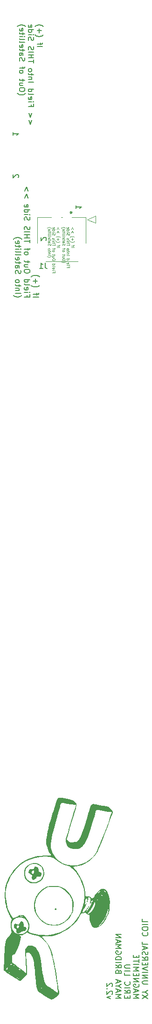
<source format=gbo>
%TF.GenerationSoftware,KiCad,Pcbnew,9.0.1*%
%TF.CreationDate,2025-04-26T11:32:12-07:00*%
%TF.ProjectId,Coil_Panel_XY,436f696c-5f50-4616-9e65-6c5f58592e6b,2.2*%
%TF.SameCoordinates,Original*%
%TF.FileFunction,Legend,Bot*%
%TF.FilePolarity,Positive*%
%FSLAX46Y46*%
G04 Gerber Fmt 4.6, Leading zero omitted, Abs format (unit mm)*
G04 Created by KiCad (PCBNEW 9.0.1) date 2025-04-26 11:32:12*
%MOMM*%
%LPD*%
G01*
G04 APERTURE LIST*
%ADD10C,0.125000*%
%ADD11C,0.150000*%
%ADD12C,0.120000*%
%ADD13C,0.000000*%
%ADD14C,2.600000*%
%ADD15C,3.800000*%
%ADD16R,1.100000X1.450000*%
%ADD17R,1.350000X2.899999*%
G04 APERTURE END LIST*
D10*
X50089634Y-62355080D02*
X50589634Y-62355080D01*
X50422967Y-62188413D02*
X50422967Y-61997937D01*
X50089634Y-62116985D02*
X50518205Y-62116985D01*
X50518205Y-62116985D02*
X50565824Y-62093175D01*
X50565824Y-62093175D02*
X50589634Y-62045556D01*
X50589634Y-62045556D02*
X50589634Y-61997937D01*
X49899158Y-61307462D02*
X49922967Y-61331271D01*
X49922967Y-61331271D02*
X49994396Y-61378890D01*
X49994396Y-61378890D02*
X50042015Y-61402700D01*
X50042015Y-61402700D02*
X50113444Y-61426509D01*
X50113444Y-61426509D02*
X50232491Y-61450319D01*
X50232491Y-61450319D02*
X50327729Y-61450319D01*
X50327729Y-61450319D02*
X50446777Y-61426509D01*
X50446777Y-61426509D02*
X50518205Y-61402700D01*
X50518205Y-61402700D02*
X50565824Y-61378890D01*
X50565824Y-61378890D02*
X50637253Y-61331271D01*
X50637253Y-61331271D02*
X50661063Y-61307462D01*
X50280110Y-61116986D02*
X50280110Y-60736034D01*
X50089634Y-60926510D02*
X50470586Y-60926510D01*
X49899158Y-60545557D02*
X49922967Y-60521747D01*
X49922967Y-60521747D02*
X49994396Y-60474128D01*
X49994396Y-60474128D02*
X50042015Y-60450319D01*
X50042015Y-60450319D02*
X50113444Y-60426509D01*
X50113444Y-60426509D02*
X50232491Y-60402700D01*
X50232491Y-60402700D02*
X50327729Y-60402700D01*
X50327729Y-60402700D02*
X50446777Y-60426509D01*
X50446777Y-60426509D02*
X50518205Y-60450319D01*
X50518205Y-60450319D02*
X50565824Y-60474128D01*
X50565824Y-60474128D02*
X50637253Y-60521747D01*
X50637253Y-60521747D02*
X50661063Y-60545557D01*
X50422967Y-59783653D02*
X50280110Y-59402701D01*
X50280110Y-59402701D02*
X50137253Y-59783653D01*
X50422967Y-59164605D02*
X50280110Y-58783653D01*
X50280110Y-58783653D02*
X50137253Y-59164605D01*
X49546567Y-65831267D02*
X49546567Y-65997934D01*
X49284662Y-65997934D02*
X49784662Y-65997934D01*
X49784662Y-65997934D02*
X49784662Y-65759839D01*
X49284662Y-65569363D02*
X49617995Y-65569363D01*
X49784662Y-65569363D02*
X49760852Y-65593172D01*
X49760852Y-65593172D02*
X49737043Y-65569363D01*
X49737043Y-65569363D02*
X49760852Y-65545553D01*
X49760852Y-65545553D02*
X49784662Y-65569363D01*
X49784662Y-65569363D02*
X49737043Y-65569363D01*
X49308472Y-65140792D02*
X49284662Y-65188411D01*
X49284662Y-65188411D02*
X49284662Y-65283649D01*
X49284662Y-65283649D02*
X49308472Y-65331268D01*
X49308472Y-65331268D02*
X49356091Y-65355077D01*
X49356091Y-65355077D02*
X49546567Y-65355077D01*
X49546567Y-65355077D02*
X49594186Y-65331268D01*
X49594186Y-65331268D02*
X49617995Y-65283649D01*
X49617995Y-65283649D02*
X49617995Y-65188411D01*
X49617995Y-65188411D02*
X49594186Y-65140792D01*
X49594186Y-65140792D02*
X49546567Y-65116982D01*
X49546567Y-65116982D02*
X49498948Y-65116982D01*
X49498948Y-65116982D02*
X49451329Y-65355077D01*
X49284662Y-64831268D02*
X49308472Y-64878887D01*
X49308472Y-64878887D02*
X49356091Y-64902697D01*
X49356091Y-64902697D02*
X49784662Y-64902697D01*
X49284662Y-64426506D02*
X49784662Y-64426506D01*
X49308472Y-64426506D02*
X49284662Y-64474125D01*
X49284662Y-64474125D02*
X49284662Y-64569363D01*
X49284662Y-64569363D02*
X49308472Y-64616982D01*
X49308472Y-64616982D02*
X49332281Y-64640792D01*
X49332281Y-64640792D02*
X49379900Y-64664601D01*
X49379900Y-64664601D02*
X49522757Y-64664601D01*
X49522757Y-64664601D02*
X49570376Y-64640792D01*
X49570376Y-64640792D02*
X49594186Y-64616982D01*
X49594186Y-64616982D02*
X49617995Y-64569363D01*
X49617995Y-64569363D02*
X49617995Y-64474125D01*
X49617995Y-64474125D02*
X49594186Y-64426506D01*
X49284662Y-63807459D02*
X49784662Y-63807459D01*
X49617995Y-63569364D02*
X49284662Y-63569364D01*
X49570376Y-63569364D02*
X49594186Y-63545554D01*
X49594186Y-63545554D02*
X49617995Y-63497935D01*
X49617995Y-63497935D02*
X49617995Y-63426507D01*
X49617995Y-63426507D02*
X49594186Y-63378888D01*
X49594186Y-63378888D02*
X49546567Y-63355078D01*
X49546567Y-63355078D02*
X49284662Y-63355078D01*
X49617995Y-63188411D02*
X49617995Y-62997935D01*
X49784662Y-63116983D02*
X49356091Y-63116983D01*
X49356091Y-63116983D02*
X49308472Y-63093173D01*
X49308472Y-63093173D02*
X49284662Y-63045554D01*
X49284662Y-63045554D02*
X49284662Y-62997935D01*
X49284662Y-62759840D02*
X49308472Y-62807459D01*
X49308472Y-62807459D02*
X49332281Y-62831269D01*
X49332281Y-62831269D02*
X49379900Y-62855078D01*
X49379900Y-62855078D02*
X49522757Y-62855078D01*
X49522757Y-62855078D02*
X49570376Y-62831269D01*
X49570376Y-62831269D02*
X49594186Y-62807459D01*
X49594186Y-62807459D02*
X49617995Y-62759840D01*
X49617995Y-62759840D02*
X49617995Y-62688412D01*
X49617995Y-62688412D02*
X49594186Y-62640793D01*
X49594186Y-62640793D02*
X49570376Y-62616983D01*
X49570376Y-62616983D02*
X49522757Y-62593174D01*
X49522757Y-62593174D02*
X49379900Y-62593174D01*
X49379900Y-62593174D02*
X49332281Y-62616983D01*
X49332281Y-62616983D02*
X49308472Y-62640793D01*
X49308472Y-62640793D02*
X49284662Y-62688412D01*
X49284662Y-62688412D02*
X49284662Y-62759840D01*
X49784662Y-62069364D02*
X49784662Y-61783650D01*
X49284662Y-61926507D02*
X49784662Y-61926507D01*
X49284662Y-61616984D02*
X49784662Y-61616984D01*
X49284662Y-61402698D02*
X49546567Y-61402698D01*
X49546567Y-61402698D02*
X49594186Y-61426508D01*
X49594186Y-61426508D02*
X49617995Y-61474127D01*
X49617995Y-61474127D02*
X49617995Y-61545555D01*
X49617995Y-61545555D02*
X49594186Y-61593174D01*
X49594186Y-61593174D02*
X49570376Y-61616984D01*
X49284662Y-61164603D02*
X49617995Y-61164603D01*
X49784662Y-61164603D02*
X49760852Y-61188412D01*
X49760852Y-61188412D02*
X49737043Y-61164603D01*
X49737043Y-61164603D02*
X49760852Y-61140793D01*
X49760852Y-61140793D02*
X49784662Y-61164603D01*
X49784662Y-61164603D02*
X49737043Y-61164603D01*
X49308472Y-60950317D02*
X49284662Y-60902698D01*
X49284662Y-60902698D02*
X49284662Y-60807460D01*
X49284662Y-60807460D02*
X49308472Y-60759841D01*
X49308472Y-60759841D02*
X49356091Y-60736032D01*
X49356091Y-60736032D02*
X49379900Y-60736032D01*
X49379900Y-60736032D02*
X49427519Y-60759841D01*
X49427519Y-60759841D02*
X49451329Y-60807460D01*
X49451329Y-60807460D02*
X49451329Y-60878889D01*
X49451329Y-60878889D02*
X49475138Y-60926508D01*
X49475138Y-60926508D02*
X49522757Y-60950317D01*
X49522757Y-60950317D02*
X49546567Y-60950317D01*
X49546567Y-60950317D02*
X49594186Y-60926508D01*
X49594186Y-60926508D02*
X49617995Y-60878889D01*
X49617995Y-60878889D02*
X49617995Y-60807460D01*
X49617995Y-60807460D02*
X49594186Y-60759841D01*
X49308472Y-60164603D02*
X49284662Y-60093175D01*
X49284662Y-60093175D02*
X49284662Y-59974127D01*
X49284662Y-59974127D02*
X49308472Y-59926508D01*
X49308472Y-59926508D02*
X49332281Y-59902699D01*
X49332281Y-59902699D02*
X49379900Y-59878889D01*
X49379900Y-59878889D02*
X49427519Y-59878889D01*
X49427519Y-59878889D02*
X49475138Y-59902699D01*
X49475138Y-59902699D02*
X49498948Y-59926508D01*
X49498948Y-59926508D02*
X49522757Y-59974127D01*
X49522757Y-59974127D02*
X49546567Y-60069365D01*
X49546567Y-60069365D02*
X49570376Y-60116984D01*
X49570376Y-60116984D02*
X49594186Y-60140794D01*
X49594186Y-60140794D02*
X49641805Y-60164603D01*
X49641805Y-60164603D02*
X49689424Y-60164603D01*
X49689424Y-60164603D02*
X49737043Y-60140794D01*
X49737043Y-60140794D02*
X49760852Y-60116984D01*
X49760852Y-60116984D02*
X49784662Y-60069365D01*
X49784662Y-60069365D02*
X49784662Y-59950318D01*
X49784662Y-59950318D02*
X49760852Y-59878889D01*
X49284662Y-59664604D02*
X49617995Y-59664604D01*
X49784662Y-59664604D02*
X49760852Y-59688413D01*
X49760852Y-59688413D02*
X49737043Y-59664604D01*
X49737043Y-59664604D02*
X49760852Y-59640794D01*
X49760852Y-59640794D02*
X49784662Y-59664604D01*
X49784662Y-59664604D02*
X49737043Y-59664604D01*
X49284662Y-59212223D02*
X49784662Y-59212223D01*
X49308472Y-59212223D02*
X49284662Y-59259842D01*
X49284662Y-59259842D02*
X49284662Y-59355080D01*
X49284662Y-59355080D02*
X49308472Y-59402699D01*
X49308472Y-59402699D02*
X49332281Y-59426509D01*
X49332281Y-59426509D02*
X49379900Y-59450318D01*
X49379900Y-59450318D02*
X49522757Y-59450318D01*
X49522757Y-59450318D02*
X49570376Y-59426509D01*
X49570376Y-59426509D02*
X49594186Y-59402699D01*
X49594186Y-59402699D02*
X49617995Y-59355080D01*
X49617995Y-59355080D02*
X49617995Y-59259842D01*
X49617995Y-59259842D02*
X49594186Y-59212223D01*
X49308472Y-58783652D02*
X49284662Y-58831271D01*
X49284662Y-58831271D02*
X49284662Y-58926509D01*
X49284662Y-58926509D02*
X49308472Y-58974128D01*
X49308472Y-58974128D02*
X49356091Y-58997937D01*
X49356091Y-58997937D02*
X49546567Y-58997937D01*
X49546567Y-58997937D02*
X49594186Y-58974128D01*
X49594186Y-58974128D02*
X49617995Y-58926509D01*
X49617995Y-58926509D02*
X49617995Y-58831271D01*
X49617995Y-58831271D02*
X49594186Y-58783652D01*
X49594186Y-58783652D02*
X49546567Y-58759842D01*
X49546567Y-58759842D02*
X49498948Y-58759842D01*
X49498948Y-58759842D02*
X49451329Y-58997937D01*
X48289214Y-64950316D02*
X48313023Y-64974125D01*
X48313023Y-64974125D02*
X48384452Y-65021744D01*
X48384452Y-65021744D02*
X48432071Y-65045554D01*
X48432071Y-65045554D02*
X48503500Y-65069363D01*
X48503500Y-65069363D02*
X48622547Y-65093173D01*
X48622547Y-65093173D02*
X48717785Y-65093173D01*
X48717785Y-65093173D02*
X48836833Y-65069363D01*
X48836833Y-65069363D02*
X48908261Y-65045554D01*
X48908261Y-65045554D02*
X48955880Y-65021744D01*
X48955880Y-65021744D02*
X49027309Y-64974125D01*
X49027309Y-64974125D02*
X49051119Y-64950316D01*
X48979690Y-64664602D02*
X48979690Y-64569364D01*
X48979690Y-64569364D02*
X48955880Y-64521745D01*
X48955880Y-64521745D02*
X48908261Y-64474126D01*
X48908261Y-64474126D02*
X48813023Y-64450316D01*
X48813023Y-64450316D02*
X48646357Y-64450316D01*
X48646357Y-64450316D02*
X48551119Y-64474126D01*
X48551119Y-64474126D02*
X48503500Y-64521745D01*
X48503500Y-64521745D02*
X48479690Y-64569364D01*
X48479690Y-64569364D02*
X48479690Y-64664602D01*
X48479690Y-64664602D02*
X48503500Y-64712221D01*
X48503500Y-64712221D02*
X48551119Y-64759840D01*
X48551119Y-64759840D02*
X48646357Y-64783649D01*
X48646357Y-64783649D02*
X48813023Y-64783649D01*
X48813023Y-64783649D02*
X48908261Y-64759840D01*
X48908261Y-64759840D02*
X48955880Y-64712221D01*
X48955880Y-64712221D02*
X48979690Y-64664602D01*
X48813023Y-64021744D02*
X48479690Y-64021744D01*
X48813023Y-64236030D02*
X48551119Y-64236030D01*
X48551119Y-64236030D02*
X48503500Y-64212220D01*
X48503500Y-64212220D02*
X48479690Y-64164601D01*
X48479690Y-64164601D02*
X48479690Y-64093173D01*
X48479690Y-64093173D02*
X48503500Y-64045554D01*
X48503500Y-64045554D02*
X48527309Y-64021744D01*
X48813023Y-63855077D02*
X48813023Y-63664601D01*
X48979690Y-63783649D02*
X48551119Y-63783649D01*
X48551119Y-63783649D02*
X48503500Y-63759839D01*
X48503500Y-63759839D02*
X48479690Y-63712220D01*
X48479690Y-63712220D02*
X48479690Y-63664601D01*
X48479690Y-63045554D02*
X48503500Y-63093173D01*
X48503500Y-63093173D02*
X48527309Y-63116983D01*
X48527309Y-63116983D02*
X48574928Y-63140792D01*
X48574928Y-63140792D02*
X48717785Y-63140792D01*
X48717785Y-63140792D02*
X48765404Y-63116983D01*
X48765404Y-63116983D02*
X48789214Y-63093173D01*
X48789214Y-63093173D02*
X48813023Y-63045554D01*
X48813023Y-63045554D02*
X48813023Y-62974126D01*
X48813023Y-62974126D02*
X48789214Y-62926507D01*
X48789214Y-62926507D02*
X48765404Y-62902697D01*
X48765404Y-62902697D02*
X48717785Y-62878888D01*
X48717785Y-62878888D02*
X48574928Y-62878888D01*
X48574928Y-62878888D02*
X48527309Y-62902697D01*
X48527309Y-62902697D02*
X48503500Y-62926507D01*
X48503500Y-62926507D02*
X48479690Y-62974126D01*
X48479690Y-62974126D02*
X48479690Y-63045554D01*
X48813023Y-62736030D02*
X48813023Y-62545554D01*
X48479690Y-62664602D02*
X48908261Y-62664602D01*
X48908261Y-62664602D02*
X48955880Y-62640792D01*
X48955880Y-62640792D02*
X48979690Y-62593173D01*
X48979690Y-62593173D02*
X48979690Y-62545554D01*
X48503500Y-62021745D02*
X48479690Y-61950317D01*
X48479690Y-61950317D02*
X48479690Y-61831269D01*
X48479690Y-61831269D02*
X48503500Y-61783650D01*
X48503500Y-61783650D02*
X48527309Y-61759841D01*
X48527309Y-61759841D02*
X48574928Y-61736031D01*
X48574928Y-61736031D02*
X48622547Y-61736031D01*
X48622547Y-61736031D02*
X48670166Y-61759841D01*
X48670166Y-61759841D02*
X48693976Y-61783650D01*
X48693976Y-61783650D02*
X48717785Y-61831269D01*
X48717785Y-61831269D02*
X48741595Y-61926507D01*
X48741595Y-61926507D02*
X48765404Y-61974126D01*
X48765404Y-61974126D02*
X48789214Y-61997936D01*
X48789214Y-61997936D02*
X48836833Y-62021745D01*
X48836833Y-62021745D02*
X48884452Y-62021745D01*
X48884452Y-62021745D02*
X48932071Y-61997936D01*
X48932071Y-61997936D02*
X48955880Y-61974126D01*
X48955880Y-61974126D02*
X48979690Y-61926507D01*
X48979690Y-61926507D02*
X48979690Y-61807460D01*
X48979690Y-61807460D02*
X48955880Y-61736031D01*
X48479690Y-61307460D02*
X48741595Y-61307460D01*
X48741595Y-61307460D02*
X48789214Y-61331270D01*
X48789214Y-61331270D02*
X48813023Y-61378889D01*
X48813023Y-61378889D02*
X48813023Y-61474127D01*
X48813023Y-61474127D02*
X48789214Y-61521746D01*
X48503500Y-61307460D02*
X48479690Y-61355079D01*
X48479690Y-61355079D02*
X48479690Y-61474127D01*
X48479690Y-61474127D02*
X48503500Y-61521746D01*
X48503500Y-61521746D02*
X48551119Y-61545555D01*
X48551119Y-61545555D02*
X48598738Y-61545555D01*
X48598738Y-61545555D02*
X48646357Y-61521746D01*
X48646357Y-61521746D02*
X48670166Y-61474127D01*
X48670166Y-61474127D02*
X48670166Y-61355079D01*
X48670166Y-61355079D02*
X48693976Y-61307460D01*
X48813023Y-61140793D02*
X48813023Y-60950317D01*
X48979690Y-61069365D02*
X48551119Y-61069365D01*
X48551119Y-61069365D02*
X48503500Y-61045555D01*
X48503500Y-61045555D02*
X48479690Y-60997936D01*
X48479690Y-60997936D02*
X48479690Y-60950317D01*
X48503500Y-60593175D02*
X48479690Y-60640794D01*
X48479690Y-60640794D02*
X48479690Y-60736032D01*
X48479690Y-60736032D02*
X48503500Y-60783651D01*
X48503500Y-60783651D02*
X48551119Y-60807460D01*
X48551119Y-60807460D02*
X48741595Y-60807460D01*
X48741595Y-60807460D02*
X48789214Y-60783651D01*
X48789214Y-60783651D02*
X48813023Y-60736032D01*
X48813023Y-60736032D02*
X48813023Y-60640794D01*
X48813023Y-60640794D02*
X48789214Y-60593175D01*
X48789214Y-60593175D02*
X48741595Y-60569365D01*
X48741595Y-60569365D02*
X48693976Y-60569365D01*
X48693976Y-60569365D02*
X48646357Y-60807460D01*
X48479690Y-60283651D02*
X48503500Y-60331270D01*
X48503500Y-60331270D02*
X48551119Y-60355080D01*
X48551119Y-60355080D02*
X48979690Y-60355080D01*
X48479690Y-60021746D02*
X48503500Y-60069365D01*
X48503500Y-60069365D02*
X48551119Y-60093175D01*
X48551119Y-60093175D02*
X48979690Y-60093175D01*
X48479690Y-59831270D02*
X48813023Y-59831270D01*
X48979690Y-59831270D02*
X48955880Y-59855079D01*
X48955880Y-59855079D02*
X48932071Y-59831270D01*
X48932071Y-59831270D02*
X48955880Y-59807460D01*
X48955880Y-59807460D02*
X48979690Y-59831270D01*
X48979690Y-59831270D02*
X48932071Y-59831270D01*
X48813023Y-59664603D02*
X48813023Y-59474127D01*
X48979690Y-59593175D02*
X48551119Y-59593175D01*
X48551119Y-59593175D02*
X48503500Y-59569365D01*
X48503500Y-59569365D02*
X48479690Y-59521746D01*
X48479690Y-59521746D02*
X48479690Y-59474127D01*
X48503500Y-59116985D02*
X48479690Y-59164604D01*
X48479690Y-59164604D02*
X48479690Y-59259842D01*
X48479690Y-59259842D02*
X48503500Y-59307461D01*
X48503500Y-59307461D02*
X48551119Y-59331270D01*
X48551119Y-59331270D02*
X48741595Y-59331270D01*
X48741595Y-59331270D02*
X48789214Y-59307461D01*
X48789214Y-59307461D02*
X48813023Y-59259842D01*
X48813023Y-59259842D02*
X48813023Y-59164604D01*
X48813023Y-59164604D02*
X48789214Y-59116985D01*
X48789214Y-59116985D02*
X48741595Y-59093175D01*
X48741595Y-59093175D02*
X48693976Y-59093175D01*
X48693976Y-59093175D02*
X48646357Y-59331270D01*
X48289214Y-58926509D02*
X48313023Y-58902699D01*
X48313023Y-58902699D02*
X48384452Y-58855080D01*
X48384452Y-58855080D02*
X48432071Y-58831271D01*
X48432071Y-58831271D02*
X48503500Y-58807461D01*
X48503500Y-58807461D02*
X48622547Y-58783652D01*
X48622547Y-58783652D02*
X48717785Y-58783652D01*
X48717785Y-58783652D02*
X48836833Y-58807461D01*
X48836833Y-58807461D02*
X48908261Y-58831271D01*
X48908261Y-58831271D02*
X48955880Y-58855080D01*
X48955880Y-58855080D02*
X49027309Y-58902699D01*
X49027309Y-58902699D02*
X49051119Y-58926509D01*
X47479634Y-62355080D02*
X47979634Y-62355080D01*
X47812967Y-62188413D02*
X47812967Y-61997937D01*
X47479634Y-62116985D02*
X47908205Y-62116985D01*
X47908205Y-62116985D02*
X47955824Y-62093175D01*
X47955824Y-62093175D02*
X47979634Y-62045556D01*
X47979634Y-62045556D02*
X47979634Y-61997937D01*
X47289158Y-61307462D02*
X47312967Y-61331271D01*
X47312967Y-61331271D02*
X47384396Y-61378890D01*
X47384396Y-61378890D02*
X47432015Y-61402700D01*
X47432015Y-61402700D02*
X47503444Y-61426509D01*
X47503444Y-61426509D02*
X47622491Y-61450319D01*
X47622491Y-61450319D02*
X47717729Y-61450319D01*
X47717729Y-61450319D02*
X47836777Y-61426509D01*
X47836777Y-61426509D02*
X47908205Y-61402700D01*
X47908205Y-61402700D02*
X47955824Y-61378890D01*
X47955824Y-61378890D02*
X48027253Y-61331271D01*
X48027253Y-61331271D02*
X48051063Y-61307462D01*
X47670110Y-61116986D02*
X47670110Y-60736034D01*
X47479634Y-60926510D02*
X47860586Y-60926510D01*
X47289158Y-60545557D02*
X47312967Y-60521747D01*
X47312967Y-60521747D02*
X47384396Y-60474128D01*
X47384396Y-60474128D02*
X47432015Y-60450319D01*
X47432015Y-60450319D02*
X47503444Y-60426509D01*
X47503444Y-60426509D02*
X47622491Y-60402700D01*
X47622491Y-60402700D02*
X47717729Y-60402700D01*
X47717729Y-60402700D02*
X47836777Y-60426509D01*
X47836777Y-60426509D02*
X47908205Y-60450319D01*
X47908205Y-60450319D02*
X47955824Y-60474128D01*
X47955824Y-60474128D02*
X48027253Y-60521747D01*
X48027253Y-60521747D02*
X48051063Y-60545557D01*
X47812967Y-59783653D02*
X47670110Y-59402701D01*
X47670110Y-59402701D02*
X47527253Y-59783653D01*
X47812967Y-59164605D02*
X47670110Y-58783653D01*
X47670110Y-58783653D02*
X47527253Y-59164605D01*
X46936567Y-66783648D02*
X46936567Y-66950315D01*
X46674662Y-66950315D02*
X47174662Y-66950315D01*
X47174662Y-66950315D02*
X47174662Y-66712220D01*
X46674662Y-66521744D02*
X47007995Y-66521744D01*
X47174662Y-66521744D02*
X47150852Y-66545553D01*
X47150852Y-66545553D02*
X47127043Y-66521744D01*
X47127043Y-66521744D02*
X47150852Y-66497934D01*
X47150852Y-66497934D02*
X47174662Y-66521744D01*
X47174662Y-66521744D02*
X47127043Y-66521744D01*
X46698472Y-66093173D02*
X46674662Y-66140792D01*
X46674662Y-66140792D02*
X46674662Y-66236030D01*
X46674662Y-66236030D02*
X46698472Y-66283649D01*
X46698472Y-66283649D02*
X46746091Y-66307458D01*
X46746091Y-66307458D02*
X46936567Y-66307458D01*
X46936567Y-66307458D02*
X46984186Y-66283649D01*
X46984186Y-66283649D02*
X47007995Y-66236030D01*
X47007995Y-66236030D02*
X47007995Y-66140792D01*
X47007995Y-66140792D02*
X46984186Y-66093173D01*
X46984186Y-66093173D02*
X46936567Y-66069363D01*
X46936567Y-66069363D02*
X46888948Y-66069363D01*
X46888948Y-66069363D02*
X46841329Y-66307458D01*
X46674662Y-65783649D02*
X46698472Y-65831268D01*
X46698472Y-65831268D02*
X46746091Y-65855078D01*
X46746091Y-65855078D02*
X47174662Y-65855078D01*
X46674662Y-65378887D02*
X47174662Y-65378887D01*
X46698472Y-65378887D02*
X46674662Y-65426506D01*
X46674662Y-65426506D02*
X46674662Y-65521744D01*
X46674662Y-65521744D02*
X46698472Y-65569363D01*
X46698472Y-65569363D02*
X46722281Y-65593173D01*
X46722281Y-65593173D02*
X46769900Y-65616982D01*
X46769900Y-65616982D02*
X46912757Y-65616982D01*
X46912757Y-65616982D02*
X46960376Y-65593173D01*
X46960376Y-65593173D02*
X46984186Y-65569363D01*
X46984186Y-65569363D02*
X47007995Y-65521744D01*
X47007995Y-65521744D02*
X47007995Y-65426506D01*
X47007995Y-65426506D02*
X46984186Y-65378887D01*
X47174662Y-64664602D02*
X47174662Y-64569364D01*
X47174662Y-64569364D02*
X47150852Y-64521745D01*
X47150852Y-64521745D02*
X47103233Y-64474126D01*
X47103233Y-64474126D02*
X47007995Y-64450316D01*
X47007995Y-64450316D02*
X46841329Y-64450316D01*
X46841329Y-64450316D02*
X46746091Y-64474126D01*
X46746091Y-64474126D02*
X46698472Y-64521745D01*
X46698472Y-64521745D02*
X46674662Y-64569364D01*
X46674662Y-64569364D02*
X46674662Y-64664602D01*
X46674662Y-64664602D02*
X46698472Y-64712221D01*
X46698472Y-64712221D02*
X46746091Y-64759840D01*
X46746091Y-64759840D02*
X46841329Y-64783649D01*
X46841329Y-64783649D02*
X47007995Y-64783649D01*
X47007995Y-64783649D02*
X47103233Y-64759840D01*
X47103233Y-64759840D02*
X47150852Y-64712221D01*
X47150852Y-64712221D02*
X47174662Y-64664602D01*
X47007995Y-64021744D02*
X46674662Y-64021744D01*
X47007995Y-64236030D02*
X46746091Y-64236030D01*
X46746091Y-64236030D02*
X46698472Y-64212220D01*
X46698472Y-64212220D02*
X46674662Y-64164601D01*
X46674662Y-64164601D02*
X46674662Y-64093173D01*
X46674662Y-64093173D02*
X46698472Y-64045554D01*
X46698472Y-64045554D02*
X46722281Y-64021744D01*
X47007995Y-63855077D02*
X47007995Y-63664601D01*
X47174662Y-63783649D02*
X46746091Y-63783649D01*
X46746091Y-63783649D02*
X46698472Y-63759839D01*
X46698472Y-63759839D02*
X46674662Y-63712220D01*
X46674662Y-63712220D02*
X46674662Y-63664601D01*
X46674662Y-63045554D02*
X46698472Y-63093173D01*
X46698472Y-63093173D02*
X46722281Y-63116983D01*
X46722281Y-63116983D02*
X46769900Y-63140792D01*
X46769900Y-63140792D02*
X46912757Y-63140792D01*
X46912757Y-63140792D02*
X46960376Y-63116983D01*
X46960376Y-63116983D02*
X46984186Y-63093173D01*
X46984186Y-63093173D02*
X47007995Y-63045554D01*
X47007995Y-63045554D02*
X47007995Y-62974126D01*
X47007995Y-62974126D02*
X46984186Y-62926507D01*
X46984186Y-62926507D02*
X46960376Y-62902697D01*
X46960376Y-62902697D02*
X46912757Y-62878888D01*
X46912757Y-62878888D02*
X46769900Y-62878888D01*
X46769900Y-62878888D02*
X46722281Y-62902697D01*
X46722281Y-62902697D02*
X46698472Y-62926507D01*
X46698472Y-62926507D02*
X46674662Y-62974126D01*
X46674662Y-62974126D02*
X46674662Y-63045554D01*
X47007995Y-62736030D02*
X47007995Y-62545554D01*
X46674662Y-62664602D02*
X47103233Y-62664602D01*
X47103233Y-62664602D02*
X47150852Y-62640792D01*
X47150852Y-62640792D02*
X47174662Y-62593173D01*
X47174662Y-62593173D02*
X47174662Y-62545554D01*
X47174662Y-62069364D02*
X47174662Y-61783650D01*
X46674662Y-61926507D02*
X47174662Y-61926507D01*
X46674662Y-61616984D02*
X47174662Y-61616984D01*
X46674662Y-61402698D02*
X46936567Y-61402698D01*
X46936567Y-61402698D02*
X46984186Y-61426508D01*
X46984186Y-61426508D02*
X47007995Y-61474127D01*
X47007995Y-61474127D02*
X47007995Y-61545555D01*
X47007995Y-61545555D02*
X46984186Y-61593174D01*
X46984186Y-61593174D02*
X46960376Y-61616984D01*
X46674662Y-61164603D02*
X47007995Y-61164603D01*
X47174662Y-61164603D02*
X47150852Y-61188412D01*
X47150852Y-61188412D02*
X47127043Y-61164603D01*
X47127043Y-61164603D02*
X47150852Y-61140793D01*
X47150852Y-61140793D02*
X47174662Y-61164603D01*
X47174662Y-61164603D02*
X47127043Y-61164603D01*
X46698472Y-60950317D02*
X46674662Y-60902698D01*
X46674662Y-60902698D02*
X46674662Y-60807460D01*
X46674662Y-60807460D02*
X46698472Y-60759841D01*
X46698472Y-60759841D02*
X46746091Y-60736032D01*
X46746091Y-60736032D02*
X46769900Y-60736032D01*
X46769900Y-60736032D02*
X46817519Y-60759841D01*
X46817519Y-60759841D02*
X46841329Y-60807460D01*
X46841329Y-60807460D02*
X46841329Y-60878889D01*
X46841329Y-60878889D02*
X46865138Y-60926508D01*
X46865138Y-60926508D02*
X46912757Y-60950317D01*
X46912757Y-60950317D02*
X46936567Y-60950317D01*
X46936567Y-60950317D02*
X46984186Y-60926508D01*
X46984186Y-60926508D02*
X47007995Y-60878889D01*
X47007995Y-60878889D02*
X47007995Y-60807460D01*
X47007995Y-60807460D02*
X46984186Y-60759841D01*
X46698472Y-60164603D02*
X46674662Y-60093175D01*
X46674662Y-60093175D02*
X46674662Y-59974127D01*
X46674662Y-59974127D02*
X46698472Y-59926508D01*
X46698472Y-59926508D02*
X46722281Y-59902699D01*
X46722281Y-59902699D02*
X46769900Y-59878889D01*
X46769900Y-59878889D02*
X46817519Y-59878889D01*
X46817519Y-59878889D02*
X46865138Y-59902699D01*
X46865138Y-59902699D02*
X46888948Y-59926508D01*
X46888948Y-59926508D02*
X46912757Y-59974127D01*
X46912757Y-59974127D02*
X46936567Y-60069365D01*
X46936567Y-60069365D02*
X46960376Y-60116984D01*
X46960376Y-60116984D02*
X46984186Y-60140794D01*
X46984186Y-60140794D02*
X47031805Y-60164603D01*
X47031805Y-60164603D02*
X47079424Y-60164603D01*
X47079424Y-60164603D02*
X47127043Y-60140794D01*
X47127043Y-60140794D02*
X47150852Y-60116984D01*
X47150852Y-60116984D02*
X47174662Y-60069365D01*
X47174662Y-60069365D02*
X47174662Y-59950318D01*
X47174662Y-59950318D02*
X47150852Y-59878889D01*
X46674662Y-59664604D02*
X47007995Y-59664604D01*
X47174662Y-59664604D02*
X47150852Y-59688413D01*
X47150852Y-59688413D02*
X47127043Y-59664604D01*
X47127043Y-59664604D02*
X47150852Y-59640794D01*
X47150852Y-59640794D02*
X47174662Y-59664604D01*
X47174662Y-59664604D02*
X47127043Y-59664604D01*
X46674662Y-59212223D02*
X47174662Y-59212223D01*
X46698472Y-59212223D02*
X46674662Y-59259842D01*
X46674662Y-59259842D02*
X46674662Y-59355080D01*
X46674662Y-59355080D02*
X46698472Y-59402699D01*
X46698472Y-59402699D02*
X46722281Y-59426509D01*
X46722281Y-59426509D02*
X46769900Y-59450318D01*
X46769900Y-59450318D02*
X46912757Y-59450318D01*
X46912757Y-59450318D02*
X46960376Y-59426509D01*
X46960376Y-59426509D02*
X46984186Y-59402699D01*
X46984186Y-59402699D02*
X47007995Y-59355080D01*
X47007995Y-59355080D02*
X47007995Y-59259842D01*
X47007995Y-59259842D02*
X46984186Y-59212223D01*
X46698472Y-58783652D02*
X46674662Y-58831271D01*
X46674662Y-58831271D02*
X46674662Y-58926509D01*
X46674662Y-58926509D02*
X46698472Y-58974128D01*
X46698472Y-58974128D02*
X46746091Y-58997937D01*
X46746091Y-58997937D02*
X46936567Y-58997937D01*
X46936567Y-58997937D02*
X46984186Y-58974128D01*
X46984186Y-58974128D02*
X47007995Y-58926509D01*
X47007995Y-58926509D02*
X47007995Y-58831271D01*
X47007995Y-58831271D02*
X46984186Y-58783652D01*
X46984186Y-58783652D02*
X46936567Y-58759842D01*
X46936567Y-58759842D02*
X46888948Y-58759842D01*
X46888948Y-58759842D02*
X46841329Y-58997937D01*
X45679214Y-63997935D02*
X45703023Y-64021744D01*
X45703023Y-64021744D02*
X45774452Y-64069363D01*
X45774452Y-64069363D02*
X45822071Y-64093173D01*
X45822071Y-64093173D02*
X45893500Y-64116982D01*
X45893500Y-64116982D02*
X46012547Y-64140792D01*
X46012547Y-64140792D02*
X46107785Y-64140792D01*
X46107785Y-64140792D02*
X46226833Y-64116982D01*
X46226833Y-64116982D02*
X46298261Y-64093173D01*
X46298261Y-64093173D02*
X46345880Y-64069363D01*
X46345880Y-64069363D02*
X46417309Y-64021744D01*
X46417309Y-64021744D02*
X46441119Y-63997935D01*
X45869690Y-63807459D02*
X46369690Y-63807459D01*
X46203023Y-63569364D02*
X45869690Y-63569364D01*
X46155404Y-63569364D02*
X46179214Y-63545554D01*
X46179214Y-63545554D02*
X46203023Y-63497935D01*
X46203023Y-63497935D02*
X46203023Y-63426507D01*
X46203023Y-63426507D02*
X46179214Y-63378888D01*
X46179214Y-63378888D02*
X46131595Y-63355078D01*
X46131595Y-63355078D02*
X45869690Y-63355078D01*
X46203023Y-63188411D02*
X46203023Y-62997935D01*
X46369690Y-63116983D02*
X45941119Y-63116983D01*
X45941119Y-63116983D02*
X45893500Y-63093173D01*
X45893500Y-63093173D02*
X45869690Y-63045554D01*
X45869690Y-63045554D02*
X45869690Y-62997935D01*
X45869690Y-62759840D02*
X45893500Y-62807459D01*
X45893500Y-62807459D02*
X45917309Y-62831269D01*
X45917309Y-62831269D02*
X45964928Y-62855078D01*
X45964928Y-62855078D02*
X46107785Y-62855078D01*
X46107785Y-62855078D02*
X46155404Y-62831269D01*
X46155404Y-62831269D02*
X46179214Y-62807459D01*
X46179214Y-62807459D02*
X46203023Y-62759840D01*
X46203023Y-62759840D02*
X46203023Y-62688412D01*
X46203023Y-62688412D02*
X46179214Y-62640793D01*
X46179214Y-62640793D02*
X46155404Y-62616983D01*
X46155404Y-62616983D02*
X46107785Y-62593174D01*
X46107785Y-62593174D02*
X45964928Y-62593174D01*
X45964928Y-62593174D02*
X45917309Y-62616983D01*
X45917309Y-62616983D02*
X45893500Y-62640793D01*
X45893500Y-62640793D02*
X45869690Y-62688412D01*
X45869690Y-62688412D02*
X45869690Y-62759840D01*
X45893500Y-62021745D02*
X45869690Y-61950317D01*
X45869690Y-61950317D02*
X45869690Y-61831269D01*
X45869690Y-61831269D02*
X45893500Y-61783650D01*
X45893500Y-61783650D02*
X45917309Y-61759841D01*
X45917309Y-61759841D02*
X45964928Y-61736031D01*
X45964928Y-61736031D02*
X46012547Y-61736031D01*
X46012547Y-61736031D02*
X46060166Y-61759841D01*
X46060166Y-61759841D02*
X46083976Y-61783650D01*
X46083976Y-61783650D02*
X46107785Y-61831269D01*
X46107785Y-61831269D02*
X46131595Y-61926507D01*
X46131595Y-61926507D02*
X46155404Y-61974126D01*
X46155404Y-61974126D02*
X46179214Y-61997936D01*
X46179214Y-61997936D02*
X46226833Y-62021745D01*
X46226833Y-62021745D02*
X46274452Y-62021745D01*
X46274452Y-62021745D02*
X46322071Y-61997936D01*
X46322071Y-61997936D02*
X46345880Y-61974126D01*
X46345880Y-61974126D02*
X46369690Y-61926507D01*
X46369690Y-61926507D02*
X46369690Y-61807460D01*
X46369690Y-61807460D02*
X46345880Y-61736031D01*
X45869690Y-61307460D02*
X46131595Y-61307460D01*
X46131595Y-61307460D02*
X46179214Y-61331270D01*
X46179214Y-61331270D02*
X46203023Y-61378889D01*
X46203023Y-61378889D02*
X46203023Y-61474127D01*
X46203023Y-61474127D02*
X46179214Y-61521746D01*
X45893500Y-61307460D02*
X45869690Y-61355079D01*
X45869690Y-61355079D02*
X45869690Y-61474127D01*
X45869690Y-61474127D02*
X45893500Y-61521746D01*
X45893500Y-61521746D02*
X45941119Y-61545555D01*
X45941119Y-61545555D02*
X45988738Y-61545555D01*
X45988738Y-61545555D02*
X46036357Y-61521746D01*
X46036357Y-61521746D02*
X46060166Y-61474127D01*
X46060166Y-61474127D02*
X46060166Y-61355079D01*
X46060166Y-61355079D02*
X46083976Y-61307460D01*
X46203023Y-61140793D02*
X46203023Y-60950317D01*
X46369690Y-61069365D02*
X45941119Y-61069365D01*
X45941119Y-61069365D02*
X45893500Y-61045555D01*
X45893500Y-61045555D02*
X45869690Y-60997936D01*
X45869690Y-60997936D02*
X45869690Y-60950317D01*
X45893500Y-60593175D02*
X45869690Y-60640794D01*
X45869690Y-60640794D02*
X45869690Y-60736032D01*
X45869690Y-60736032D02*
X45893500Y-60783651D01*
X45893500Y-60783651D02*
X45941119Y-60807460D01*
X45941119Y-60807460D02*
X46131595Y-60807460D01*
X46131595Y-60807460D02*
X46179214Y-60783651D01*
X46179214Y-60783651D02*
X46203023Y-60736032D01*
X46203023Y-60736032D02*
X46203023Y-60640794D01*
X46203023Y-60640794D02*
X46179214Y-60593175D01*
X46179214Y-60593175D02*
X46131595Y-60569365D01*
X46131595Y-60569365D02*
X46083976Y-60569365D01*
X46083976Y-60569365D02*
X46036357Y-60807460D01*
X45869690Y-60283651D02*
X45893500Y-60331270D01*
X45893500Y-60331270D02*
X45941119Y-60355080D01*
X45941119Y-60355080D02*
X46369690Y-60355080D01*
X45869690Y-60021746D02*
X45893500Y-60069365D01*
X45893500Y-60069365D02*
X45941119Y-60093175D01*
X45941119Y-60093175D02*
X46369690Y-60093175D01*
X45869690Y-59831270D02*
X46203023Y-59831270D01*
X46369690Y-59831270D02*
X46345880Y-59855079D01*
X46345880Y-59855079D02*
X46322071Y-59831270D01*
X46322071Y-59831270D02*
X46345880Y-59807460D01*
X46345880Y-59807460D02*
X46369690Y-59831270D01*
X46369690Y-59831270D02*
X46322071Y-59831270D01*
X46203023Y-59664603D02*
X46203023Y-59474127D01*
X46369690Y-59593175D02*
X45941119Y-59593175D01*
X45941119Y-59593175D02*
X45893500Y-59569365D01*
X45893500Y-59569365D02*
X45869690Y-59521746D01*
X45869690Y-59521746D02*
X45869690Y-59474127D01*
X45893500Y-59116985D02*
X45869690Y-59164604D01*
X45869690Y-59164604D02*
X45869690Y-59259842D01*
X45869690Y-59259842D02*
X45893500Y-59307461D01*
X45893500Y-59307461D02*
X45941119Y-59331270D01*
X45941119Y-59331270D02*
X46131595Y-59331270D01*
X46131595Y-59331270D02*
X46179214Y-59307461D01*
X46179214Y-59307461D02*
X46203023Y-59259842D01*
X46203023Y-59259842D02*
X46203023Y-59164604D01*
X46203023Y-59164604D02*
X46179214Y-59116985D01*
X46179214Y-59116985D02*
X46131595Y-59093175D01*
X46131595Y-59093175D02*
X46083976Y-59093175D01*
X46083976Y-59093175D02*
X46036357Y-59331270D01*
X45679214Y-58926509D02*
X45703023Y-58902699D01*
X45703023Y-58902699D02*
X45774452Y-58855080D01*
X45774452Y-58855080D02*
X45822071Y-58831271D01*
X45822071Y-58831271D02*
X45893500Y-58807461D01*
X45893500Y-58807461D02*
X46012547Y-58783652D01*
X46012547Y-58783652D02*
X46107785Y-58783652D01*
X46107785Y-58783652D02*
X46226833Y-58807461D01*
X46226833Y-58807461D02*
X46298261Y-58831271D01*
X46298261Y-58831271D02*
X46345880Y-58855080D01*
X46345880Y-58855080D02*
X46417309Y-58902699D01*
X46417309Y-58902699D02*
X46441119Y-58926509D01*
D11*
X50945682Y-54822780D02*
X50945682Y-55394208D01*
X50945682Y-55108494D02*
X51945682Y-55108494D01*
X51945682Y-55108494D02*
X51802825Y-55203732D01*
X51802825Y-55203732D02*
X51707587Y-55298970D01*
X51707587Y-55298970D02*
X51659968Y-55394208D01*
X39534180Y-41613411D02*
X39534180Y-42184839D01*
X39534180Y-41899125D02*
X40534180Y-41899125D01*
X40534180Y-41899125D02*
X40391323Y-41994363D01*
X40391323Y-41994363D02*
X40296085Y-42089601D01*
X40296085Y-42089601D02*
X40248466Y-42184839D01*
X64027956Y-197954827D02*
X63027956Y-197288161D01*
X64027956Y-197288161D02*
X63027956Y-197954827D01*
X63504147Y-196716732D02*
X63027956Y-196716732D01*
X64027956Y-197050065D02*
X63504147Y-196716732D01*
X63504147Y-196716732D02*
X64027956Y-196383399D01*
X64027956Y-195288160D02*
X63218433Y-195288160D01*
X63218433Y-195288160D02*
X63123195Y-195240541D01*
X63123195Y-195240541D02*
X63075576Y-195192922D01*
X63075576Y-195192922D02*
X63027956Y-195097684D01*
X63027956Y-195097684D02*
X63027956Y-194907208D01*
X63027956Y-194907208D02*
X63075576Y-194811970D01*
X63075576Y-194811970D02*
X63123195Y-194764351D01*
X63123195Y-194764351D02*
X63218433Y-194716732D01*
X63218433Y-194716732D02*
X64027956Y-194716732D01*
X63027956Y-194240541D02*
X64027956Y-194240541D01*
X64027956Y-194240541D02*
X63027956Y-193669113D01*
X63027956Y-193669113D02*
X64027956Y-193669113D01*
X63027956Y-193192922D02*
X64027956Y-193192922D01*
X64027956Y-192859589D02*
X63027956Y-192526256D01*
X63027956Y-192526256D02*
X64027956Y-192192923D01*
X63551766Y-191859589D02*
X63551766Y-191526256D01*
X63027956Y-191383399D02*
X63027956Y-191859589D01*
X63027956Y-191859589D02*
X64027956Y-191859589D01*
X64027956Y-191859589D02*
X64027956Y-191383399D01*
X63027956Y-190383399D02*
X63504147Y-190716732D01*
X63027956Y-190954827D02*
X64027956Y-190954827D01*
X64027956Y-190954827D02*
X64027956Y-190573875D01*
X64027956Y-190573875D02*
X63980337Y-190478637D01*
X63980337Y-190478637D02*
X63932718Y-190431018D01*
X63932718Y-190431018D02*
X63837480Y-190383399D01*
X63837480Y-190383399D02*
X63694623Y-190383399D01*
X63694623Y-190383399D02*
X63599385Y-190431018D01*
X63599385Y-190431018D02*
X63551766Y-190478637D01*
X63551766Y-190478637D02*
X63504147Y-190573875D01*
X63504147Y-190573875D02*
X63504147Y-190954827D01*
X63075576Y-190002446D02*
X63027956Y-189859589D01*
X63027956Y-189859589D02*
X63027956Y-189621494D01*
X63027956Y-189621494D02*
X63075576Y-189526256D01*
X63075576Y-189526256D02*
X63123195Y-189478637D01*
X63123195Y-189478637D02*
X63218433Y-189431018D01*
X63218433Y-189431018D02*
X63313671Y-189431018D01*
X63313671Y-189431018D02*
X63408909Y-189478637D01*
X63408909Y-189478637D02*
X63456528Y-189526256D01*
X63456528Y-189526256D02*
X63504147Y-189621494D01*
X63504147Y-189621494D02*
X63551766Y-189811970D01*
X63551766Y-189811970D02*
X63599385Y-189907208D01*
X63599385Y-189907208D02*
X63647004Y-189954827D01*
X63647004Y-189954827D02*
X63742242Y-190002446D01*
X63742242Y-190002446D02*
X63837480Y-190002446D01*
X63837480Y-190002446D02*
X63932718Y-189954827D01*
X63932718Y-189954827D02*
X63980337Y-189907208D01*
X63980337Y-189907208D02*
X64027956Y-189811970D01*
X64027956Y-189811970D02*
X64027956Y-189573875D01*
X64027956Y-189573875D02*
X63980337Y-189431018D01*
X63313671Y-189050065D02*
X63313671Y-188573875D01*
X63027956Y-189145303D02*
X64027956Y-188811970D01*
X64027956Y-188811970D02*
X63027956Y-188478637D01*
X63027956Y-187669113D02*
X63027956Y-188145303D01*
X63027956Y-188145303D02*
X64027956Y-188145303D01*
X63123195Y-186002446D02*
X63075576Y-186050065D01*
X63075576Y-186050065D02*
X63027956Y-186192922D01*
X63027956Y-186192922D02*
X63027956Y-186288160D01*
X63027956Y-186288160D02*
X63075576Y-186431017D01*
X63075576Y-186431017D02*
X63170814Y-186526255D01*
X63170814Y-186526255D02*
X63266052Y-186573874D01*
X63266052Y-186573874D02*
X63456528Y-186621493D01*
X63456528Y-186621493D02*
X63599385Y-186621493D01*
X63599385Y-186621493D02*
X63789861Y-186573874D01*
X63789861Y-186573874D02*
X63885099Y-186526255D01*
X63885099Y-186526255D02*
X63980337Y-186431017D01*
X63980337Y-186431017D02*
X64027956Y-186288160D01*
X64027956Y-186288160D02*
X64027956Y-186192922D01*
X64027956Y-186192922D02*
X63980337Y-186050065D01*
X63980337Y-186050065D02*
X63932718Y-186002446D01*
X64027956Y-185383398D02*
X64027956Y-185192922D01*
X64027956Y-185192922D02*
X63980337Y-185097684D01*
X63980337Y-185097684D02*
X63885099Y-185002446D01*
X63885099Y-185002446D02*
X63694623Y-184954827D01*
X63694623Y-184954827D02*
X63361290Y-184954827D01*
X63361290Y-184954827D02*
X63170814Y-185002446D01*
X63170814Y-185002446D02*
X63075576Y-185097684D01*
X63075576Y-185097684D02*
X63027956Y-185192922D01*
X63027956Y-185192922D02*
X63027956Y-185383398D01*
X63027956Y-185383398D02*
X63075576Y-185478636D01*
X63075576Y-185478636D02*
X63170814Y-185573874D01*
X63170814Y-185573874D02*
X63361290Y-185621493D01*
X63361290Y-185621493D02*
X63694623Y-185621493D01*
X63694623Y-185621493D02*
X63885099Y-185573874D01*
X63885099Y-185573874D02*
X63980337Y-185478636D01*
X63980337Y-185478636D02*
X64027956Y-185383398D01*
X63027956Y-184526255D02*
X64027956Y-184526255D01*
X63027956Y-183573875D02*
X63027956Y-184050065D01*
X63027956Y-184050065D02*
X64027956Y-184050065D01*
X61418012Y-197859589D02*
X62418012Y-197859589D01*
X62418012Y-197859589D02*
X61703727Y-197526256D01*
X61703727Y-197526256D02*
X62418012Y-197192923D01*
X62418012Y-197192923D02*
X61418012Y-197192923D01*
X61703727Y-196764351D02*
X61703727Y-196288161D01*
X61418012Y-196859589D02*
X62418012Y-196526256D01*
X62418012Y-196526256D02*
X61418012Y-196192923D01*
X62370393Y-195335780D02*
X62418012Y-195431018D01*
X62418012Y-195431018D02*
X62418012Y-195573875D01*
X62418012Y-195573875D02*
X62370393Y-195716732D01*
X62370393Y-195716732D02*
X62275155Y-195811970D01*
X62275155Y-195811970D02*
X62179917Y-195859589D01*
X62179917Y-195859589D02*
X61989441Y-195907208D01*
X61989441Y-195907208D02*
X61846584Y-195907208D01*
X61846584Y-195907208D02*
X61656108Y-195859589D01*
X61656108Y-195859589D02*
X61560870Y-195811970D01*
X61560870Y-195811970D02*
X61465632Y-195716732D01*
X61465632Y-195716732D02*
X61418012Y-195573875D01*
X61418012Y-195573875D02*
X61418012Y-195478637D01*
X61418012Y-195478637D02*
X61465632Y-195335780D01*
X61465632Y-195335780D02*
X61513251Y-195288161D01*
X61513251Y-195288161D02*
X61846584Y-195288161D01*
X61846584Y-195288161D02*
X61846584Y-195478637D01*
X61418012Y-194859589D02*
X62418012Y-194859589D01*
X62418012Y-194859589D02*
X61418012Y-194288161D01*
X61418012Y-194288161D02*
X62418012Y-194288161D01*
X61941822Y-193811970D02*
X61941822Y-193478637D01*
X61418012Y-193335780D02*
X61418012Y-193811970D01*
X61418012Y-193811970D02*
X62418012Y-193811970D01*
X62418012Y-193811970D02*
X62418012Y-193335780D01*
X61418012Y-192907208D02*
X62418012Y-192907208D01*
X62418012Y-192907208D02*
X61703727Y-192573875D01*
X61703727Y-192573875D02*
X62418012Y-192240542D01*
X62418012Y-192240542D02*
X61418012Y-192240542D01*
X61418012Y-191764351D02*
X62418012Y-191764351D01*
X62418012Y-191431018D02*
X62418012Y-190859590D01*
X61418012Y-191145304D02*
X62418012Y-191145304D01*
X61941822Y-190526256D02*
X61941822Y-190192923D01*
X61418012Y-190050066D02*
X61418012Y-190526256D01*
X61418012Y-190526256D02*
X62418012Y-190526256D01*
X62418012Y-190526256D02*
X62418012Y-190050066D01*
X60331878Y-197859589D02*
X60331878Y-197526256D01*
X59808068Y-197383399D02*
X59808068Y-197859589D01*
X59808068Y-197859589D02*
X60808068Y-197859589D01*
X60808068Y-197859589D02*
X60808068Y-197383399D01*
X59808068Y-196383399D02*
X60284259Y-196716732D01*
X59808068Y-196954827D02*
X60808068Y-196954827D01*
X60808068Y-196954827D02*
X60808068Y-196573875D01*
X60808068Y-196573875D02*
X60760449Y-196478637D01*
X60760449Y-196478637D02*
X60712830Y-196431018D01*
X60712830Y-196431018D02*
X60617592Y-196383399D01*
X60617592Y-196383399D02*
X60474735Y-196383399D01*
X60474735Y-196383399D02*
X60379497Y-196431018D01*
X60379497Y-196431018D02*
X60331878Y-196478637D01*
X60331878Y-196478637D02*
X60284259Y-196573875D01*
X60284259Y-196573875D02*
X60284259Y-196954827D01*
X59808068Y-195954827D02*
X60808068Y-195954827D01*
X59903307Y-194907209D02*
X59855688Y-194954828D01*
X59855688Y-194954828D02*
X59808068Y-195097685D01*
X59808068Y-195097685D02*
X59808068Y-195192923D01*
X59808068Y-195192923D02*
X59855688Y-195335780D01*
X59855688Y-195335780D02*
X59950926Y-195431018D01*
X59950926Y-195431018D02*
X60046164Y-195478637D01*
X60046164Y-195478637D02*
X60236640Y-195526256D01*
X60236640Y-195526256D02*
X60379497Y-195526256D01*
X60379497Y-195526256D02*
X60569973Y-195478637D01*
X60569973Y-195478637D02*
X60665211Y-195431018D01*
X60665211Y-195431018D02*
X60760449Y-195335780D01*
X60760449Y-195335780D02*
X60808068Y-195192923D01*
X60808068Y-195192923D02*
X60808068Y-195097685D01*
X60808068Y-195097685D02*
X60760449Y-194954828D01*
X60760449Y-194954828D02*
X60712830Y-194907209D01*
X59808068Y-193240542D02*
X59808068Y-193716732D01*
X59808068Y-193716732D02*
X60808068Y-193716732D01*
X59808068Y-192907208D02*
X60808068Y-192907208D01*
X60808068Y-192431018D02*
X59998545Y-192431018D01*
X59998545Y-192431018D02*
X59903307Y-192383399D01*
X59903307Y-192383399D02*
X59855688Y-192335780D01*
X59855688Y-192335780D02*
X59808068Y-192240542D01*
X59808068Y-192240542D02*
X59808068Y-192050066D01*
X59808068Y-192050066D02*
X59855688Y-191954828D01*
X59855688Y-191954828D02*
X59903307Y-191907209D01*
X59903307Y-191907209D02*
X59998545Y-191859590D01*
X59998545Y-191859590D02*
X60808068Y-191859590D01*
X58198124Y-197859589D02*
X59198124Y-197859589D01*
X59198124Y-197859589D02*
X58483839Y-197526256D01*
X58483839Y-197526256D02*
X59198124Y-197192923D01*
X59198124Y-197192923D02*
X58198124Y-197192923D01*
X58483839Y-196764351D02*
X58483839Y-196288161D01*
X58198124Y-196859589D02*
X59198124Y-196526256D01*
X59198124Y-196526256D02*
X58198124Y-196192923D01*
X58674315Y-195669113D02*
X58198124Y-195669113D01*
X59198124Y-196002446D02*
X58674315Y-195669113D01*
X58674315Y-195669113D02*
X59198124Y-195335780D01*
X58483839Y-195050065D02*
X58483839Y-194573875D01*
X58198124Y-195145303D02*
X59198124Y-194811970D01*
X59198124Y-194811970D02*
X58198124Y-194478637D01*
X58721934Y-193050065D02*
X58674315Y-192907208D01*
X58674315Y-192907208D02*
X58626696Y-192859589D01*
X58626696Y-192859589D02*
X58531458Y-192811970D01*
X58531458Y-192811970D02*
X58388601Y-192811970D01*
X58388601Y-192811970D02*
X58293363Y-192859589D01*
X58293363Y-192859589D02*
X58245744Y-192907208D01*
X58245744Y-192907208D02*
X58198124Y-193002446D01*
X58198124Y-193002446D02*
X58198124Y-193383398D01*
X58198124Y-193383398D02*
X59198124Y-193383398D01*
X59198124Y-193383398D02*
X59198124Y-193050065D01*
X59198124Y-193050065D02*
X59150505Y-192954827D01*
X59150505Y-192954827D02*
X59102886Y-192907208D01*
X59102886Y-192907208D02*
X59007648Y-192859589D01*
X59007648Y-192859589D02*
X58912410Y-192859589D01*
X58912410Y-192859589D02*
X58817172Y-192907208D01*
X58817172Y-192907208D02*
X58769553Y-192954827D01*
X58769553Y-192954827D02*
X58721934Y-193050065D01*
X58721934Y-193050065D02*
X58721934Y-193383398D01*
X58198124Y-191811970D02*
X58674315Y-192145303D01*
X58198124Y-192383398D02*
X59198124Y-192383398D01*
X59198124Y-192383398D02*
X59198124Y-192002446D01*
X59198124Y-192002446D02*
X59150505Y-191907208D01*
X59150505Y-191907208D02*
X59102886Y-191859589D01*
X59102886Y-191859589D02*
X59007648Y-191811970D01*
X59007648Y-191811970D02*
X58864791Y-191811970D01*
X58864791Y-191811970D02*
X58769553Y-191859589D01*
X58769553Y-191859589D02*
X58721934Y-191907208D01*
X58721934Y-191907208D02*
X58674315Y-192002446D01*
X58674315Y-192002446D02*
X58674315Y-192383398D01*
X58198124Y-191383398D02*
X59198124Y-191383398D01*
X58198124Y-190907208D02*
X59198124Y-190907208D01*
X59198124Y-190907208D02*
X59198124Y-190669113D01*
X59198124Y-190669113D02*
X59150505Y-190526256D01*
X59150505Y-190526256D02*
X59055267Y-190431018D01*
X59055267Y-190431018D02*
X58960029Y-190383399D01*
X58960029Y-190383399D02*
X58769553Y-190335780D01*
X58769553Y-190335780D02*
X58626696Y-190335780D01*
X58626696Y-190335780D02*
X58436220Y-190383399D01*
X58436220Y-190383399D02*
X58340982Y-190431018D01*
X58340982Y-190431018D02*
X58245744Y-190526256D01*
X58245744Y-190526256D02*
X58198124Y-190669113D01*
X58198124Y-190669113D02*
X58198124Y-190907208D01*
X59150505Y-189383399D02*
X59198124Y-189478637D01*
X59198124Y-189478637D02*
X59198124Y-189621494D01*
X59198124Y-189621494D02*
X59150505Y-189764351D01*
X59150505Y-189764351D02*
X59055267Y-189859589D01*
X59055267Y-189859589D02*
X58960029Y-189907208D01*
X58960029Y-189907208D02*
X58769553Y-189954827D01*
X58769553Y-189954827D02*
X58626696Y-189954827D01*
X58626696Y-189954827D02*
X58436220Y-189907208D01*
X58436220Y-189907208D02*
X58340982Y-189859589D01*
X58340982Y-189859589D02*
X58245744Y-189764351D01*
X58245744Y-189764351D02*
X58198124Y-189621494D01*
X58198124Y-189621494D02*
X58198124Y-189526256D01*
X58198124Y-189526256D02*
X58245744Y-189383399D01*
X58245744Y-189383399D02*
X58293363Y-189335780D01*
X58293363Y-189335780D02*
X58626696Y-189335780D01*
X58626696Y-189335780D02*
X58626696Y-189526256D01*
X58198124Y-188907208D02*
X59198124Y-188907208D01*
X59198124Y-188907208D02*
X58483839Y-188573875D01*
X58483839Y-188573875D02*
X59198124Y-188240542D01*
X59198124Y-188240542D02*
X58198124Y-188240542D01*
X58483839Y-187811970D02*
X58483839Y-187335780D01*
X58198124Y-187907208D02*
X59198124Y-187573875D01*
X59198124Y-187573875D02*
X58198124Y-187240542D01*
X58198124Y-186907208D02*
X59198124Y-186907208D01*
X59198124Y-186907208D02*
X58198124Y-186335780D01*
X58198124Y-186335780D02*
X59198124Y-186335780D01*
X57254847Y-197954827D02*
X56588180Y-197716732D01*
X56588180Y-197716732D02*
X57254847Y-197478637D01*
X57492942Y-197145303D02*
X57540561Y-197097684D01*
X57540561Y-197097684D02*
X57588180Y-197002446D01*
X57588180Y-197002446D02*
X57588180Y-196764351D01*
X57588180Y-196764351D02*
X57540561Y-196669113D01*
X57540561Y-196669113D02*
X57492942Y-196621494D01*
X57492942Y-196621494D02*
X57397704Y-196573875D01*
X57397704Y-196573875D02*
X57302466Y-196573875D01*
X57302466Y-196573875D02*
X57159609Y-196621494D01*
X57159609Y-196621494D02*
X56588180Y-197192922D01*
X56588180Y-197192922D02*
X56588180Y-196573875D01*
X56683419Y-196145303D02*
X56635800Y-196097684D01*
X56635800Y-196097684D02*
X56588180Y-196145303D01*
X56588180Y-196145303D02*
X56635800Y-196192922D01*
X56635800Y-196192922D02*
X56683419Y-196145303D01*
X56683419Y-196145303D02*
X56588180Y-196145303D01*
X57492942Y-195716732D02*
X57540561Y-195669113D01*
X57540561Y-195669113D02*
X57588180Y-195573875D01*
X57588180Y-195573875D02*
X57588180Y-195335780D01*
X57588180Y-195335780D02*
X57540561Y-195240542D01*
X57540561Y-195240542D02*
X57492942Y-195192923D01*
X57492942Y-195192923D02*
X57397704Y-195145304D01*
X57397704Y-195145304D02*
X57302466Y-195145304D01*
X57302466Y-195145304D02*
X57159609Y-195192923D01*
X57159609Y-195192923D02*
X56588180Y-195764351D01*
X56588180Y-195764351D02*
X56588180Y-195145304D01*
X43204068Y-71337220D02*
X44204068Y-71337220D01*
X43870735Y-71003887D02*
X43870735Y-70622935D01*
X43204068Y-70861030D02*
X44061211Y-70861030D01*
X44061211Y-70861030D02*
X44156449Y-70813411D01*
X44156449Y-70813411D02*
X44204068Y-70718173D01*
X44204068Y-70718173D02*
X44204068Y-70622935D01*
X42823116Y-69241982D02*
X42870735Y-69289601D01*
X42870735Y-69289601D02*
X43013592Y-69384839D01*
X43013592Y-69384839D02*
X43108830Y-69432458D01*
X43108830Y-69432458D02*
X43251688Y-69480077D01*
X43251688Y-69480077D02*
X43489783Y-69527696D01*
X43489783Y-69527696D02*
X43680259Y-69527696D01*
X43680259Y-69527696D02*
X43918354Y-69480077D01*
X43918354Y-69480077D02*
X44061211Y-69432458D01*
X44061211Y-69432458D02*
X44156449Y-69384839D01*
X44156449Y-69384839D02*
X44299307Y-69289601D01*
X44299307Y-69289601D02*
X44346926Y-69241982D01*
X43585021Y-68861029D02*
X43585021Y-68099125D01*
X43204068Y-68480077D02*
X43965973Y-68480077D01*
X42823116Y-67718172D02*
X42870735Y-67670553D01*
X42870735Y-67670553D02*
X43013592Y-67575315D01*
X43013592Y-67575315D02*
X43108830Y-67527696D01*
X43108830Y-67527696D02*
X43251688Y-67480077D01*
X43251688Y-67480077D02*
X43489783Y-67432458D01*
X43489783Y-67432458D02*
X43680259Y-67432458D01*
X43680259Y-67432458D02*
X43918354Y-67480077D01*
X43918354Y-67480077D02*
X44061211Y-67527696D01*
X44061211Y-67527696D02*
X44156449Y-67575315D01*
X44156449Y-67575315D02*
X44299307Y-67670553D01*
X44299307Y-67670553D02*
X44346926Y-67718172D01*
X42117934Y-71003887D02*
X42117934Y-71337220D01*
X41594124Y-71337220D02*
X42594124Y-71337220D01*
X42594124Y-71337220D02*
X42594124Y-70861030D01*
X41594124Y-70480077D02*
X42260791Y-70480077D01*
X42594124Y-70480077D02*
X42546505Y-70527696D01*
X42546505Y-70527696D02*
X42498886Y-70480077D01*
X42498886Y-70480077D02*
X42546505Y-70432458D01*
X42546505Y-70432458D02*
X42594124Y-70480077D01*
X42594124Y-70480077D02*
X42498886Y-70480077D01*
X41641744Y-69622935D02*
X41594124Y-69718173D01*
X41594124Y-69718173D02*
X41594124Y-69908649D01*
X41594124Y-69908649D02*
X41641744Y-70003887D01*
X41641744Y-70003887D02*
X41736982Y-70051506D01*
X41736982Y-70051506D02*
X42117934Y-70051506D01*
X42117934Y-70051506D02*
X42213172Y-70003887D01*
X42213172Y-70003887D02*
X42260791Y-69908649D01*
X42260791Y-69908649D02*
X42260791Y-69718173D01*
X42260791Y-69718173D02*
X42213172Y-69622935D01*
X42213172Y-69622935D02*
X42117934Y-69575316D01*
X42117934Y-69575316D02*
X42022696Y-69575316D01*
X42022696Y-69575316D02*
X41927458Y-70051506D01*
X41594124Y-69003887D02*
X41641744Y-69099125D01*
X41641744Y-69099125D02*
X41736982Y-69146744D01*
X41736982Y-69146744D02*
X42594124Y-69146744D01*
X41594124Y-68194363D02*
X42594124Y-68194363D01*
X41641744Y-68194363D02*
X41594124Y-68289601D01*
X41594124Y-68289601D02*
X41594124Y-68480077D01*
X41594124Y-68480077D02*
X41641744Y-68575315D01*
X41641744Y-68575315D02*
X41689363Y-68622934D01*
X41689363Y-68622934D02*
X41784601Y-68670553D01*
X41784601Y-68670553D02*
X42070315Y-68670553D01*
X42070315Y-68670553D02*
X42165553Y-68622934D01*
X42165553Y-68622934D02*
X42213172Y-68575315D01*
X42213172Y-68575315D02*
X42260791Y-68480077D01*
X42260791Y-68480077D02*
X42260791Y-68289601D01*
X42260791Y-68289601D02*
X42213172Y-68194363D01*
X42594124Y-66765791D02*
X42594124Y-66575315D01*
X42594124Y-66575315D02*
X42546505Y-66480077D01*
X42546505Y-66480077D02*
X42451267Y-66384839D01*
X42451267Y-66384839D02*
X42260791Y-66337220D01*
X42260791Y-66337220D02*
X41927458Y-66337220D01*
X41927458Y-66337220D02*
X41736982Y-66384839D01*
X41736982Y-66384839D02*
X41641744Y-66480077D01*
X41641744Y-66480077D02*
X41594124Y-66575315D01*
X41594124Y-66575315D02*
X41594124Y-66765791D01*
X41594124Y-66765791D02*
X41641744Y-66861029D01*
X41641744Y-66861029D02*
X41736982Y-66956267D01*
X41736982Y-66956267D02*
X41927458Y-67003886D01*
X41927458Y-67003886D02*
X42260791Y-67003886D01*
X42260791Y-67003886D02*
X42451267Y-66956267D01*
X42451267Y-66956267D02*
X42546505Y-66861029D01*
X42546505Y-66861029D02*
X42594124Y-66765791D01*
X42260791Y-65480077D02*
X41594124Y-65480077D01*
X42260791Y-65908648D02*
X41736982Y-65908648D01*
X41736982Y-65908648D02*
X41641744Y-65861029D01*
X41641744Y-65861029D02*
X41594124Y-65765791D01*
X41594124Y-65765791D02*
X41594124Y-65622934D01*
X41594124Y-65622934D02*
X41641744Y-65527696D01*
X41641744Y-65527696D02*
X41689363Y-65480077D01*
X42260791Y-65146743D02*
X42260791Y-64765791D01*
X42594124Y-65003886D02*
X41736982Y-65003886D01*
X41736982Y-65003886D02*
X41641744Y-64956267D01*
X41641744Y-64956267D02*
X41594124Y-64861029D01*
X41594124Y-64861029D02*
X41594124Y-64765791D01*
X41594124Y-63527695D02*
X41641744Y-63622933D01*
X41641744Y-63622933D02*
X41689363Y-63670552D01*
X41689363Y-63670552D02*
X41784601Y-63718171D01*
X41784601Y-63718171D02*
X42070315Y-63718171D01*
X42070315Y-63718171D02*
X42165553Y-63670552D01*
X42165553Y-63670552D02*
X42213172Y-63622933D01*
X42213172Y-63622933D02*
X42260791Y-63527695D01*
X42260791Y-63527695D02*
X42260791Y-63384838D01*
X42260791Y-63384838D02*
X42213172Y-63289600D01*
X42213172Y-63289600D02*
X42165553Y-63241981D01*
X42165553Y-63241981D02*
X42070315Y-63194362D01*
X42070315Y-63194362D02*
X41784601Y-63194362D01*
X41784601Y-63194362D02*
X41689363Y-63241981D01*
X41689363Y-63241981D02*
X41641744Y-63289600D01*
X41641744Y-63289600D02*
X41594124Y-63384838D01*
X41594124Y-63384838D02*
X41594124Y-63527695D01*
X42260791Y-62908647D02*
X42260791Y-62527695D01*
X41594124Y-62765790D02*
X42451267Y-62765790D01*
X42451267Y-62765790D02*
X42546505Y-62718171D01*
X42546505Y-62718171D02*
X42594124Y-62622933D01*
X42594124Y-62622933D02*
X42594124Y-62527695D01*
X42594124Y-61575313D02*
X42594124Y-61003885D01*
X41594124Y-61289599D02*
X42594124Y-61289599D01*
X41594124Y-60670551D02*
X42594124Y-60670551D01*
X42117934Y-60670551D02*
X42117934Y-60099123D01*
X41594124Y-60099123D02*
X42594124Y-60099123D01*
X41594124Y-59622932D02*
X42594124Y-59622932D01*
X41641744Y-59194361D02*
X41594124Y-59051504D01*
X41594124Y-59051504D02*
X41594124Y-58813409D01*
X41594124Y-58813409D02*
X41641744Y-58718171D01*
X41641744Y-58718171D02*
X41689363Y-58670552D01*
X41689363Y-58670552D02*
X41784601Y-58622933D01*
X41784601Y-58622933D02*
X41879839Y-58622933D01*
X41879839Y-58622933D02*
X41975077Y-58670552D01*
X41975077Y-58670552D02*
X42022696Y-58718171D01*
X42022696Y-58718171D02*
X42070315Y-58813409D01*
X42070315Y-58813409D02*
X42117934Y-59003885D01*
X42117934Y-59003885D02*
X42165553Y-59099123D01*
X42165553Y-59099123D02*
X42213172Y-59146742D01*
X42213172Y-59146742D02*
X42308410Y-59194361D01*
X42308410Y-59194361D02*
X42403648Y-59194361D01*
X42403648Y-59194361D02*
X42498886Y-59146742D01*
X42498886Y-59146742D02*
X42546505Y-59099123D01*
X42546505Y-59099123D02*
X42594124Y-59003885D01*
X42594124Y-59003885D02*
X42594124Y-58765790D01*
X42594124Y-58765790D02*
X42546505Y-58622933D01*
X41641744Y-57480075D02*
X41594124Y-57337218D01*
X41594124Y-57337218D02*
X41594124Y-57099123D01*
X41594124Y-57099123D02*
X41641744Y-57003885D01*
X41641744Y-57003885D02*
X41689363Y-56956266D01*
X41689363Y-56956266D02*
X41784601Y-56908647D01*
X41784601Y-56908647D02*
X41879839Y-56908647D01*
X41879839Y-56908647D02*
X41975077Y-56956266D01*
X41975077Y-56956266D02*
X42022696Y-57003885D01*
X42022696Y-57003885D02*
X42070315Y-57099123D01*
X42070315Y-57099123D02*
X42117934Y-57289599D01*
X42117934Y-57289599D02*
X42165553Y-57384837D01*
X42165553Y-57384837D02*
X42213172Y-57432456D01*
X42213172Y-57432456D02*
X42308410Y-57480075D01*
X42308410Y-57480075D02*
X42403648Y-57480075D01*
X42403648Y-57480075D02*
X42498886Y-57432456D01*
X42498886Y-57432456D02*
X42546505Y-57384837D01*
X42546505Y-57384837D02*
X42594124Y-57289599D01*
X42594124Y-57289599D02*
X42594124Y-57051504D01*
X42594124Y-57051504D02*
X42546505Y-56908647D01*
X41594124Y-56480075D02*
X42260791Y-56480075D01*
X42594124Y-56480075D02*
X42546505Y-56527694D01*
X42546505Y-56527694D02*
X42498886Y-56480075D01*
X42498886Y-56480075D02*
X42546505Y-56432456D01*
X42546505Y-56432456D02*
X42594124Y-56480075D01*
X42594124Y-56480075D02*
X42498886Y-56480075D01*
X41594124Y-55575314D02*
X42594124Y-55575314D01*
X41641744Y-55575314D02*
X41594124Y-55670552D01*
X41594124Y-55670552D02*
X41594124Y-55861028D01*
X41594124Y-55861028D02*
X41641744Y-55956266D01*
X41641744Y-55956266D02*
X41689363Y-56003885D01*
X41689363Y-56003885D02*
X41784601Y-56051504D01*
X41784601Y-56051504D02*
X42070315Y-56051504D01*
X42070315Y-56051504D02*
X42165553Y-56003885D01*
X42165553Y-56003885D02*
X42213172Y-55956266D01*
X42213172Y-55956266D02*
X42260791Y-55861028D01*
X42260791Y-55861028D02*
X42260791Y-55670552D01*
X42260791Y-55670552D02*
X42213172Y-55575314D01*
X41641744Y-54718171D02*
X41594124Y-54813409D01*
X41594124Y-54813409D02*
X41594124Y-55003885D01*
X41594124Y-55003885D02*
X41641744Y-55099123D01*
X41641744Y-55099123D02*
X41736982Y-55146742D01*
X41736982Y-55146742D02*
X42117934Y-55146742D01*
X42117934Y-55146742D02*
X42213172Y-55099123D01*
X42213172Y-55099123D02*
X42260791Y-55003885D01*
X42260791Y-55003885D02*
X42260791Y-54813409D01*
X42260791Y-54813409D02*
X42213172Y-54718171D01*
X42213172Y-54718171D02*
X42117934Y-54670552D01*
X42117934Y-54670552D02*
X42022696Y-54670552D01*
X42022696Y-54670552D02*
X41927458Y-55146742D01*
X42260791Y-53480075D02*
X41975077Y-52718171D01*
X41975077Y-52718171D02*
X41689363Y-53480075D01*
X42260791Y-52241980D02*
X41975077Y-51480076D01*
X41975077Y-51480076D02*
X41689363Y-52241980D01*
X39603228Y-71051506D02*
X39650847Y-71099125D01*
X39650847Y-71099125D02*
X39793704Y-71194363D01*
X39793704Y-71194363D02*
X39888942Y-71241982D01*
X39888942Y-71241982D02*
X40031800Y-71289601D01*
X40031800Y-71289601D02*
X40269895Y-71337220D01*
X40269895Y-71337220D02*
X40460371Y-71337220D01*
X40460371Y-71337220D02*
X40698466Y-71289601D01*
X40698466Y-71289601D02*
X40841323Y-71241982D01*
X40841323Y-71241982D02*
X40936561Y-71194363D01*
X40936561Y-71194363D02*
X41079419Y-71099125D01*
X41079419Y-71099125D02*
X41127038Y-71051506D01*
X39984180Y-70670553D02*
X40984180Y-70670553D01*
X40650847Y-70194363D02*
X39984180Y-70194363D01*
X40555609Y-70194363D02*
X40603228Y-70146744D01*
X40603228Y-70146744D02*
X40650847Y-70051506D01*
X40650847Y-70051506D02*
X40650847Y-69908649D01*
X40650847Y-69908649D02*
X40603228Y-69813411D01*
X40603228Y-69813411D02*
X40507990Y-69765792D01*
X40507990Y-69765792D02*
X39984180Y-69765792D01*
X40650847Y-69432458D02*
X40650847Y-69051506D01*
X40984180Y-69289601D02*
X40127038Y-69289601D01*
X40127038Y-69289601D02*
X40031800Y-69241982D01*
X40031800Y-69241982D02*
X39984180Y-69146744D01*
X39984180Y-69146744D02*
X39984180Y-69051506D01*
X39984180Y-68575315D02*
X40031800Y-68670553D01*
X40031800Y-68670553D02*
X40079419Y-68718172D01*
X40079419Y-68718172D02*
X40174657Y-68765791D01*
X40174657Y-68765791D02*
X40460371Y-68765791D01*
X40460371Y-68765791D02*
X40555609Y-68718172D01*
X40555609Y-68718172D02*
X40603228Y-68670553D01*
X40603228Y-68670553D02*
X40650847Y-68575315D01*
X40650847Y-68575315D02*
X40650847Y-68432458D01*
X40650847Y-68432458D02*
X40603228Y-68337220D01*
X40603228Y-68337220D02*
X40555609Y-68289601D01*
X40555609Y-68289601D02*
X40460371Y-68241982D01*
X40460371Y-68241982D02*
X40174657Y-68241982D01*
X40174657Y-68241982D02*
X40079419Y-68289601D01*
X40079419Y-68289601D02*
X40031800Y-68337220D01*
X40031800Y-68337220D02*
X39984180Y-68432458D01*
X39984180Y-68432458D02*
X39984180Y-68575315D01*
X40031800Y-67099124D02*
X39984180Y-66956267D01*
X39984180Y-66956267D02*
X39984180Y-66718172D01*
X39984180Y-66718172D02*
X40031800Y-66622934D01*
X40031800Y-66622934D02*
X40079419Y-66575315D01*
X40079419Y-66575315D02*
X40174657Y-66527696D01*
X40174657Y-66527696D02*
X40269895Y-66527696D01*
X40269895Y-66527696D02*
X40365133Y-66575315D01*
X40365133Y-66575315D02*
X40412752Y-66622934D01*
X40412752Y-66622934D02*
X40460371Y-66718172D01*
X40460371Y-66718172D02*
X40507990Y-66908648D01*
X40507990Y-66908648D02*
X40555609Y-67003886D01*
X40555609Y-67003886D02*
X40603228Y-67051505D01*
X40603228Y-67051505D02*
X40698466Y-67099124D01*
X40698466Y-67099124D02*
X40793704Y-67099124D01*
X40793704Y-67099124D02*
X40888942Y-67051505D01*
X40888942Y-67051505D02*
X40936561Y-67003886D01*
X40936561Y-67003886D02*
X40984180Y-66908648D01*
X40984180Y-66908648D02*
X40984180Y-66670553D01*
X40984180Y-66670553D02*
X40936561Y-66527696D01*
X39984180Y-65670553D02*
X40507990Y-65670553D01*
X40507990Y-65670553D02*
X40603228Y-65718172D01*
X40603228Y-65718172D02*
X40650847Y-65813410D01*
X40650847Y-65813410D02*
X40650847Y-66003886D01*
X40650847Y-66003886D02*
X40603228Y-66099124D01*
X40031800Y-65670553D02*
X39984180Y-65765791D01*
X39984180Y-65765791D02*
X39984180Y-66003886D01*
X39984180Y-66003886D02*
X40031800Y-66099124D01*
X40031800Y-66099124D02*
X40127038Y-66146743D01*
X40127038Y-66146743D02*
X40222276Y-66146743D01*
X40222276Y-66146743D02*
X40317514Y-66099124D01*
X40317514Y-66099124D02*
X40365133Y-66003886D01*
X40365133Y-66003886D02*
X40365133Y-65765791D01*
X40365133Y-65765791D02*
X40412752Y-65670553D01*
X40650847Y-65337219D02*
X40650847Y-64956267D01*
X40984180Y-65194362D02*
X40127038Y-65194362D01*
X40127038Y-65194362D02*
X40031800Y-65146743D01*
X40031800Y-65146743D02*
X39984180Y-65051505D01*
X39984180Y-65051505D02*
X39984180Y-64956267D01*
X40031800Y-64241981D02*
X39984180Y-64337219D01*
X39984180Y-64337219D02*
X39984180Y-64527695D01*
X39984180Y-64527695D02*
X40031800Y-64622933D01*
X40031800Y-64622933D02*
X40127038Y-64670552D01*
X40127038Y-64670552D02*
X40507990Y-64670552D01*
X40507990Y-64670552D02*
X40603228Y-64622933D01*
X40603228Y-64622933D02*
X40650847Y-64527695D01*
X40650847Y-64527695D02*
X40650847Y-64337219D01*
X40650847Y-64337219D02*
X40603228Y-64241981D01*
X40603228Y-64241981D02*
X40507990Y-64194362D01*
X40507990Y-64194362D02*
X40412752Y-64194362D01*
X40412752Y-64194362D02*
X40317514Y-64670552D01*
X39984180Y-63622933D02*
X40031800Y-63718171D01*
X40031800Y-63718171D02*
X40127038Y-63765790D01*
X40127038Y-63765790D02*
X40984180Y-63765790D01*
X39984180Y-63099123D02*
X40031800Y-63194361D01*
X40031800Y-63194361D02*
X40127038Y-63241980D01*
X40127038Y-63241980D02*
X40984180Y-63241980D01*
X39984180Y-62718170D02*
X40650847Y-62718170D01*
X40984180Y-62718170D02*
X40936561Y-62765789D01*
X40936561Y-62765789D02*
X40888942Y-62718170D01*
X40888942Y-62718170D02*
X40936561Y-62670551D01*
X40936561Y-62670551D02*
X40984180Y-62718170D01*
X40984180Y-62718170D02*
X40888942Y-62718170D01*
X40650847Y-62384837D02*
X40650847Y-62003885D01*
X40984180Y-62241980D02*
X40127038Y-62241980D01*
X40127038Y-62241980D02*
X40031800Y-62194361D01*
X40031800Y-62194361D02*
X39984180Y-62099123D01*
X39984180Y-62099123D02*
X39984180Y-62003885D01*
X40031800Y-61289599D02*
X39984180Y-61384837D01*
X39984180Y-61384837D02*
X39984180Y-61575313D01*
X39984180Y-61575313D02*
X40031800Y-61670551D01*
X40031800Y-61670551D02*
X40127038Y-61718170D01*
X40127038Y-61718170D02*
X40507990Y-61718170D01*
X40507990Y-61718170D02*
X40603228Y-61670551D01*
X40603228Y-61670551D02*
X40650847Y-61575313D01*
X40650847Y-61575313D02*
X40650847Y-61384837D01*
X40650847Y-61384837D02*
X40603228Y-61289599D01*
X40603228Y-61289599D02*
X40507990Y-61241980D01*
X40507990Y-61241980D02*
X40412752Y-61241980D01*
X40412752Y-61241980D02*
X40317514Y-61718170D01*
X39603228Y-60908646D02*
X39650847Y-60861027D01*
X39650847Y-60861027D02*
X39793704Y-60765789D01*
X39793704Y-60765789D02*
X39888942Y-60718170D01*
X39888942Y-60718170D02*
X40031800Y-60670551D01*
X40031800Y-60670551D02*
X40269895Y-60622932D01*
X40269895Y-60622932D02*
X40460371Y-60622932D01*
X40460371Y-60622932D02*
X40698466Y-60670551D01*
X40698466Y-60670551D02*
X40841323Y-60718170D01*
X40841323Y-60718170D02*
X40936561Y-60765789D01*
X40936561Y-60765789D02*
X41079419Y-60861027D01*
X41079419Y-60861027D02*
X41127038Y-60908646D01*
X45496942Y-61143208D02*
X45544561Y-61095589D01*
X45544561Y-61095589D02*
X45592180Y-61000351D01*
X45592180Y-61000351D02*
X45592180Y-60762256D01*
X45592180Y-60762256D02*
X45544561Y-60667018D01*
X45544561Y-60667018D02*
X45496942Y-60619399D01*
X45496942Y-60619399D02*
X45401704Y-60571780D01*
X45401704Y-60571780D02*
X45306466Y-60571780D01*
X45306466Y-60571780D02*
X45163609Y-60619399D01*
X45163609Y-60619399D02*
X44592180Y-61190827D01*
X44592180Y-61190827D02*
X44592180Y-60571780D01*
X43904068Y-26165541D02*
X44904068Y-26165541D01*
X44570735Y-25832208D02*
X44570735Y-25451256D01*
X43904068Y-25689351D02*
X44761211Y-25689351D01*
X44761211Y-25689351D02*
X44856449Y-25641732D01*
X44856449Y-25641732D02*
X44904068Y-25546494D01*
X44904068Y-25546494D02*
X44904068Y-25451256D01*
X43523116Y-24070303D02*
X43570735Y-24117922D01*
X43570735Y-24117922D02*
X43713592Y-24213160D01*
X43713592Y-24213160D02*
X43808830Y-24260779D01*
X43808830Y-24260779D02*
X43951688Y-24308398D01*
X43951688Y-24308398D02*
X44189783Y-24356017D01*
X44189783Y-24356017D02*
X44380259Y-24356017D01*
X44380259Y-24356017D02*
X44618354Y-24308398D01*
X44618354Y-24308398D02*
X44761211Y-24260779D01*
X44761211Y-24260779D02*
X44856449Y-24213160D01*
X44856449Y-24213160D02*
X44999307Y-24117922D01*
X44999307Y-24117922D02*
X45046926Y-24070303D01*
X44285021Y-23689350D02*
X44285021Y-22927446D01*
X43904068Y-23308398D02*
X44665973Y-23308398D01*
X43523116Y-22546493D02*
X43570735Y-22498874D01*
X43570735Y-22498874D02*
X43713592Y-22403636D01*
X43713592Y-22403636D02*
X43808830Y-22356017D01*
X43808830Y-22356017D02*
X43951688Y-22308398D01*
X43951688Y-22308398D02*
X44189783Y-22260779D01*
X44189783Y-22260779D02*
X44380259Y-22260779D01*
X44380259Y-22260779D02*
X44618354Y-22308398D01*
X44618354Y-22308398D02*
X44761211Y-22356017D01*
X44761211Y-22356017D02*
X44856449Y-22403636D01*
X44856449Y-22403636D02*
X44999307Y-22498874D01*
X44999307Y-22498874D02*
X45046926Y-22546493D01*
X42960791Y-39451256D02*
X42675077Y-40213160D01*
X42675077Y-40213160D02*
X42389363Y-39451256D01*
X42960791Y-38213161D02*
X42675077Y-38975065D01*
X42675077Y-38975065D02*
X42389363Y-38213161D01*
X42817934Y-36641732D02*
X42817934Y-36975065D01*
X42294124Y-36975065D02*
X43294124Y-36975065D01*
X43294124Y-36975065D02*
X43294124Y-36498875D01*
X42294124Y-36117922D02*
X42960791Y-36117922D01*
X43294124Y-36117922D02*
X43246505Y-36165541D01*
X43246505Y-36165541D02*
X43198886Y-36117922D01*
X43198886Y-36117922D02*
X43246505Y-36070303D01*
X43246505Y-36070303D02*
X43294124Y-36117922D01*
X43294124Y-36117922D02*
X43198886Y-36117922D01*
X42341744Y-35260780D02*
X42294124Y-35356018D01*
X42294124Y-35356018D02*
X42294124Y-35546494D01*
X42294124Y-35546494D02*
X42341744Y-35641732D01*
X42341744Y-35641732D02*
X42436982Y-35689351D01*
X42436982Y-35689351D02*
X42817934Y-35689351D01*
X42817934Y-35689351D02*
X42913172Y-35641732D01*
X42913172Y-35641732D02*
X42960791Y-35546494D01*
X42960791Y-35546494D02*
X42960791Y-35356018D01*
X42960791Y-35356018D02*
X42913172Y-35260780D01*
X42913172Y-35260780D02*
X42817934Y-35213161D01*
X42817934Y-35213161D02*
X42722696Y-35213161D01*
X42722696Y-35213161D02*
X42627458Y-35689351D01*
X42294124Y-34641732D02*
X42341744Y-34736970D01*
X42341744Y-34736970D02*
X42436982Y-34784589D01*
X42436982Y-34784589D02*
X43294124Y-34784589D01*
X42294124Y-33832208D02*
X43294124Y-33832208D01*
X42341744Y-33832208D02*
X42294124Y-33927446D01*
X42294124Y-33927446D02*
X42294124Y-34117922D01*
X42294124Y-34117922D02*
X42341744Y-34213160D01*
X42341744Y-34213160D02*
X42389363Y-34260779D01*
X42389363Y-34260779D02*
X42484601Y-34308398D01*
X42484601Y-34308398D02*
X42770315Y-34308398D01*
X42770315Y-34308398D02*
X42865553Y-34260779D01*
X42865553Y-34260779D02*
X42913172Y-34213160D01*
X42913172Y-34213160D02*
X42960791Y-34117922D01*
X42960791Y-34117922D02*
X42960791Y-33927446D01*
X42960791Y-33927446D02*
X42913172Y-33832208D01*
X42294124Y-32594112D02*
X43294124Y-32594112D01*
X42960791Y-32117922D02*
X42294124Y-32117922D01*
X42865553Y-32117922D02*
X42913172Y-32070303D01*
X42913172Y-32070303D02*
X42960791Y-31975065D01*
X42960791Y-31975065D02*
X42960791Y-31832208D01*
X42960791Y-31832208D02*
X42913172Y-31736970D01*
X42913172Y-31736970D02*
X42817934Y-31689351D01*
X42817934Y-31689351D02*
X42294124Y-31689351D01*
X42960791Y-31356017D02*
X42960791Y-30975065D01*
X43294124Y-31213160D02*
X42436982Y-31213160D01*
X42436982Y-31213160D02*
X42341744Y-31165541D01*
X42341744Y-31165541D02*
X42294124Y-31070303D01*
X42294124Y-31070303D02*
X42294124Y-30975065D01*
X42294124Y-30498874D02*
X42341744Y-30594112D01*
X42341744Y-30594112D02*
X42389363Y-30641731D01*
X42389363Y-30641731D02*
X42484601Y-30689350D01*
X42484601Y-30689350D02*
X42770315Y-30689350D01*
X42770315Y-30689350D02*
X42865553Y-30641731D01*
X42865553Y-30641731D02*
X42913172Y-30594112D01*
X42913172Y-30594112D02*
X42960791Y-30498874D01*
X42960791Y-30498874D02*
X42960791Y-30356017D01*
X42960791Y-30356017D02*
X42913172Y-30260779D01*
X42913172Y-30260779D02*
X42865553Y-30213160D01*
X42865553Y-30213160D02*
X42770315Y-30165541D01*
X42770315Y-30165541D02*
X42484601Y-30165541D01*
X42484601Y-30165541D02*
X42389363Y-30213160D01*
X42389363Y-30213160D02*
X42341744Y-30260779D01*
X42341744Y-30260779D02*
X42294124Y-30356017D01*
X42294124Y-30356017D02*
X42294124Y-30498874D01*
X43294124Y-29117921D02*
X43294124Y-28546493D01*
X42294124Y-28832207D02*
X43294124Y-28832207D01*
X42294124Y-28213159D02*
X43294124Y-28213159D01*
X42817934Y-28213159D02*
X42817934Y-27641731D01*
X42294124Y-27641731D02*
X43294124Y-27641731D01*
X42294124Y-27165540D02*
X43294124Y-27165540D01*
X42341744Y-26736969D02*
X42294124Y-26594112D01*
X42294124Y-26594112D02*
X42294124Y-26356017D01*
X42294124Y-26356017D02*
X42341744Y-26260779D01*
X42341744Y-26260779D02*
X42389363Y-26213160D01*
X42389363Y-26213160D02*
X42484601Y-26165541D01*
X42484601Y-26165541D02*
X42579839Y-26165541D01*
X42579839Y-26165541D02*
X42675077Y-26213160D01*
X42675077Y-26213160D02*
X42722696Y-26260779D01*
X42722696Y-26260779D02*
X42770315Y-26356017D01*
X42770315Y-26356017D02*
X42817934Y-26546493D01*
X42817934Y-26546493D02*
X42865553Y-26641731D01*
X42865553Y-26641731D02*
X42913172Y-26689350D01*
X42913172Y-26689350D02*
X43008410Y-26736969D01*
X43008410Y-26736969D02*
X43103648Y-26736969D01*
X43103648Y-26736969D02*
X43198886Y-26689350D01*
X43198886Y-26689350D02*
X43246505Y-26641731D01*
X43246505Y-26641731D02*
X43294124Y-26546493D01*
X43294124Y-26546493D02*
X43294124Y-26308398D01*
X43294124Y-26308398D02*
X43246505Y-26165541D01*
X42341744Y-25022683D02*
X42294124Y-24879826D01*
X42294124Y-24879826D02*
X42294124Y-24641731D01*
X42294124Y-24641731D02*
X42341744Y-24546493D01*
X42341744Y-24546493D02*
X42389363Y-24498874D01*
X42389363Y-24498874D02*
X42484601Y-24451255D01*
X42484601Y-24451255D02*
X42579839Y-24451255D01*
X42579839Y-24451255D02*
X42675077Y-24498874D01*
X42675077Y-24498874D02*
X42722696Y-24546493D01*
X42722696Y-24546493D02*
X42770315Y-24641731D01*
X42770315Y-24641731D02*
X42817934Y-24832207D01*
X42817934Y-24832207D02*
X42865553Y-24927445D01*
X42865553Y-24927445D02*
X42913172Y-24975064D01*
X42913172Y-24975064D02*
X43008410Y-25022683D01*
X43008410Y-25022683D02*
X43103648Y-25022683D01*
X43103648Y-25022683D02*
X43198886Y-24975064D01*
X43198886Y-24975064D02*
X43246505Y-24927445D01*
X43246505Y-24927445D02*
X43294124Y-24832207D01*
X43294124Y-24832207D02*
X43294124Y-24594112D01*
X43294124Y-24594112D02*
X43246505Y-24451255D01*
X42294124Y-24022683D02*
X42960791Y-24022683D01*
X43294124Y-24022683D02*
X43246505Y-24070302D01*
X43246505Y-24070302D02*
X43198886Y-24022683D01*
X43198886Y-24022683D02*
X43246505Y-23975064D01*
X43246505Y-23975064D02*
X43294124Y-24022683D01*
X43294124Y-24022683D02*
X43198886Y-24022683D01*
X42294124Y-23117922D02*
X43294124Y-23117922D01*
X42341744Y-23117922D02*
X42294124Y-23213160D01*
X42294124Y-23213160D02*
X42294124Y-23403636D01*
X42294124Y-23403636D02*
X42341744Y-23498874D01*
X42341744Y-23498874D02*
X42389363Y-23546493D01*
X42389363Y-23546493D02*
X42484601Y-23594112D01*
X42484601Y-23594112D02*
X42770315Y-23594112D01*
X42770315Y-23594112D02*
X42865553Y-23546493D01*
X42865553Y-23546493D02*
X42913172Y-23498874D01*
X42913172Y-23498874D02*
X42960791Y-23403636D01*
X42960791Y-23403636D02*
X42960791Y-23213160D01*
X42960791Y-23213160D02*
X42913172Y-23117922D01*
X42341744Y-22260779D02*
X42294124Y-22356017D01*
X42294124Y-22356017D02*
X42294124Y-22546493D01*
X42294124Y-22546493D02*
X42341744Y-22641731D01*
X42341744Y-22641731D02*
X42436982Y-22689350D01*
X42436982Y-22689350D02*
X42817934Y-22689350D01*
X42817934Y-22689350D02*
X42913172Y-22641731D01*
X42913172Y-22641731D02*
X42960791Y-22546493D01*
X42960791Y-22546493D02*
X42960791Y-22356017D01*
X42960791Y-22356017D02*
X42913172Y-22260779D01*
X42913172Y-22260779D02*
X42817934Y-22213160D01*
X42817934Y-22213160D02*
X42722696Y-22213160D01*
X42722696Y-22213160D02*
X42627458Y-22689350D01*
X40303228Y-34594116D02*
X40350847Y-34641735D01*
X40350847Y-34641735D02*
X40493704Y-34736973D01*
X40493704Y-34736973D02*
X40588942Y-34784592D01*
X40588942Y-34784592D02*
X40731800Y-34832211D01*
X40731800Y-34832211D02*
X40969895Y-34879830D01*
X40969895Y-34879830D02*
X41160371Y-34879830D01*
X41160371Y-34879830D02*
X41398466Y-34832211D01*
X41398466Y-34832211D02*
X41541323Y-34784592D01*
X41541323Y-34784592D02*
X41636561Y-34736973D01*
X41636561Y-34736973D02*
X41779419Y-34641735D01*
X41779419Y-34641735D02*
X41827038Y-34594116D01*
X41684180Y-34022687D02*
X41684180Y-33832211D01*
X41684180Y-33832211D02*
X41636561Y-33736973D01*
X41636561Y-33736973D02*
X41541323Y-33641735D01*
X41541323Y-33641735D02*
X41350847Y-33594116D01*
X41350847Y-33594116D02*
X41017514Y-33594116D01*
X41017514Y-33594116D02*
X40827038Y-33641735D01*
X40827038Y-33641735D02*
X40731800Y-33736973D01*
X40731800Y-33736973D02*
X40684180Y-33832211D01*
X40684180Y-33832211D02*
X40684180Y-34022687D01*
X40684180Y-34022687D02*
X40731800Y-34117925D01*
X40731800Y-34117925D02*
X40827038Y-34213163D01*
X40827038Y-34213163D02*
X41017514Y-34260782D01*
X41017514Y-34260782D02*
X41350847Y-34260782D01*
X41350847Y-34260782D02*
X41541323Y-34213163D01*
X41541323Y-34213163D02*
X41636561Y-34117925D01*
X41636561Y-34117925D02*
X41684180Y-34022687D01*
X41350847Y-32736973D02*
X40684180Y-32736973D01*
X41350847Y-33165544D02*
X40827038Y-33165544D01*
X40827038Y-33165544D02*
X40731800Y-33117925D01*
X40731800Y-33117925D02*
X40684180Y-33022687D01*
X40684180Y-33022687D02*
X40684180Y-32879830D01*
X40684180Y-32879830D02*
X40731800Y-32784592D01*
X40731800Y-32784592D02*
X40779419Y-32736973D01*
X41350847Y-32403639D02*
X41350847Y-32022687D01*
X41684180Y-32260782D02*
X40827038Y-32260782D01*
X40827038Y-32260782D02*
X40731800Y-32213163D01*
X40731800Y-32213163D02*
X40684180Y-32117925D01*
X40684180Y-32117925D02*
X40684180Y-32022687D01*
X40684180Y-30784591D02*
X40731800Y-30879829D01*
X40731800Y-30879829D02*
X40779419Y-30927448D01*
X40779419Y-30927448D02*
X40874657Y-30975067D01*
X40874657Y-30975067D02*
X41160371Y-30975067D01*
X41160371Y-30975067D02*
X41255609Y-30927448D01*
X41255609Y-30927448D02*
X41303228Y-30879829D01*
X41303228Y-30879829D02*
X41350847Y-30784591D01*
X41350847Y-30784591D02*
X41350847Y-30641734D01*
X41350847Y-30641734D02*
X41303228Y-30546496D01*
X41303228Y-30546496D02*
X41255609Y-30498877D01*
X41255609Y-30498877D02*
X41160371Y-30451258D01*
X41160371Y-30451258D02*
X40874657Y-30451258D01*
X40874657Y-30451258D02*
X40779419Y-30498877D01*
X40779419Y-30498877D02*
X40731800Y-30546496D01*
X40731800Y-30546496D02*
X40684180Y-30641734D01*
X40684180Y-30641734D02*
X40684180Y-30784591D01*
X41350847Y-30165543D02*
X41350847Y-29784591D01*
X40684180Y-30022686D02*
X41541323Y-30022686D01*
X41541323Y-30022686D02*
X41636561Y-29975067D01*
X41636561Y-29975067D02*
X41684180Y-29879829D01*
X41684180Y-29879829D02*
X41684180Y-29784591D01*
X40731800Y-28736971D02*
X40684180Y-28594114D01*
X40684180Y-28594114D02*
X40684180Y-28356019D01*
X40684180Y-28356019D02*
X40731800Y-28260781D01*
X40731800Y-28260781D02*
X40779419Y-28213162D01*
X40779419Y-28213162D02*
X40874657Y-28165543D01*
X40874657Y-28165543D02*
X40969895Y-28165543D01*
X40969895Y-28165543D02*
X41065133Y-28213162D01*
X41065133Y-28213162D02*
X41112752Y-28260781D01*
X41112752Y-28260781D02*
X41160371Y-28356019D01*
X41160371Y-28356019D02*
X41207990Y-28546495D01*
X41207990Y-28546495D02*
X41255609Y-28641733D01*
X41255609Y-28641733D02*
X41303228Y-28689352D01*
X41303228Y-28689352D02*
X41398466Y-28736971D01*
X41398466Y-28736971D02*
X41493704Y-28736971D01*
X41493704Y-28736971D02*
X41588942Y-28689352D01*
X41588942Y-28689352D02*
X41636561Y-28641733D01*
X41636561Y-28641733D02*
X41684180Y-28546495D01*
X41684180Y-28546495D02*
X41684180Y-28308400D01*
X41684180Y-28308400D02*
X41636561Y-28165543D01*
X40684180Y-27308400D02*
X41207990Y-27308400D01*
X41207990Y-27308400D02*
X41303228Y-27356019D01*
X41303228Y-27356019D02*
X41350847Y-27451257D01*
X41350847Y-27451257D02*
X41350847Y-27641733D01*
X41350847Y-27641733D02*
X41303228Y-27736971D01*
X40731800Y-27308400D02*
X40684180Y-27403638D01*
X40684180Y-27403638D02*
X40684180Y-27641733D01*
X40684180Y-27641733D02*
X40731800Y-27736971D01*
X40731800Y-27736971D02*
X40827038Y-27784590D01*
X40827038Y-27784590D02*
X40922276Y-27784590D01*
X40922276Y-27784590D02*
X41017514Y-27736971D01*
X41017514Y-27736971D02*
X41065133Y-27641733D01*
X41065133Y-27641733D02*
X41065133Y-27403638D01*
X41065133Y-27403638D02*
X41112752Y-27308400D01*
X41350847Y-26975066D02*
X41350847Y-26594114D01*
X41684180Y-26832209D02*
X40827038Y-26832209D01*
X40827038Y-26832209D02*
X40731800Y-26784590D01*
X40731800Y-26784590D02*
X40684180Y-26689352D01*
X40684180Y-26689352D02*
X40684180Y-26594114D01*
X40731800Y-25879828D02*
X40684180Y-25975066D01*
X40684180Y-25975066D02*
X40684180Y-26165542D01*
X40684180Y-26165542D02*
X40731800Y-26260780D01*
X40731800Y-26260780D02*
X40827038Y-26308399D01*
X40827038Y-26308399D02*
X41207990Y-26308399D01*
X41207990Y-26308399D02*
X41303228Y-26260780D01*
X41303228Y-26260780D02*
X41350847Y-26165542D01*
X41350847Y-26165542D02*
X41350847Y-25975066D01*
X41350847Y-25975066D02*
X41303228Y-25879828D01*
X41303228Y-25879828D02*
X41207990Y-25832209D01*
X41207990Y-25832209D02*
X41112752Y-25832209D01*
X41112752Y-25832209D02*
X41017514Y-26308399D01*
X40684180Y-25260780D02*
X40731800Y-25356018D01*
X40731800Y-25356018D02*
X40827038Y-25403637D01*
X40827038Y-25403637D02*
X41684180Y-25403637D01*
X40684180Y-24736970D02*
X40731800Y-24832208D01*
X40731800Y-24832208D02*
X40827038Y-24879827D01*
X40827038Y-24879827D02*
X41684180Y-24879827D01*
X40684180Y-24356017D02*
X41350847Y-24356017D01*
X41684180Y-24356017D02*
X41636561Y-24403636D01*
X41636561Y-24403636D02*
X41588942Y-24356017D01*
X41588942Y-24356017D02*
X41636561Y-24308398D01*
X41636561Y-24308398D02*
X41684180Y-24356017D01*
X41684180Y-24356017D02*
X41588942Y-24356017D01*
X41350847Y-24022684D02*
X41350847Y-23641732D01*
X41684180Y-23879827D02*
X40827038Y-23879827D01*
X40827038Y-23879827D02*
X40731800Y-23832208D01*
X40731800Y-23832208D02*
X40684180Y-23736970D01*
X40684180Y-23736970D02*
X40684180Y-23641732D01*
X40731800Y-22927446D02*
X40684180Y-23022684D01*
X40684180Y-23022684D02*
X40684180Y-23213160D01*
X40684180Y-23213160D02*
X40731800Y-23308398D01*
X40731800Y-23308398D02*
X40827038Y-23356017D01*
X40827038Y-23356017D02*
X41207990Y-23356017D01*
X41207990Y-23356017D02*
X41303228Y-23308398D01*
X41303228Y-23308398D02*
X41350847Y-23213160D01*
X41350847Y-23213160D02*
X41350847Y-23022684D01*
X41350847Y-23022684D02*
X41303228Y-22927446D01*
X41303228Y-22927446D02*
X41207990Y-22879827D01*
X41207990Y-22879827D02*
X41112752Y-22879827D01*
X41112752Y-22879827D02*
X41017514Y-23356017D01*
X40303228Y-22546493D02*
X40350847Y-22498874D01*
X40350847Y-22498874D02*
X40493704Y-22403636D01*
X40493704Y-22403636D02*
X40588942Y-22356017D01*
X40588942Y-22356017D02*
X40731800Y-22308398D01*
X40731800Y-22308398D02*
X40969895Y-22260779D01*
X40969895Y-22260779D02*
X41160371Y-22260779D01*
X41160371Y-22260779D02*
X41398466Y-22308398D01*
X41398466Y-22308398D02*
X41541323Y-22356017D01*
X41541323Y-22356017D02*
X41636561Y-22403636D01*
X41636561Y-22403636D02*
X41779419Y-22498874D01*
X41779419Y-22498874D02*
X41827038Y-22546493D01*
X40438942Y-49793208D02*
X40486561Y-49745589D01*
X40486561Y-49745589D02*
X40534180Y-49650351D01*
X40534180Y-49650351D02*
X40534180Y-49412256D01*
X40534180Y-49412256D02*
X40486561Y-49317018D01*
X40486561Y-49317018D02*
X40438942Y-49269399D01*
X40438942Y-49269399D02*
X40343704Y-49221780D01*
X40343704Y-49221780D02*
X40248466Y-49221780D01*
X40248466Y-49221780D02*
X40105609Y-49269399D01*
X40105609Y-49269399D02*
X39534180Y-49840827D01*
X39534180Y-49840827D02*
X39534180Y-49221780D01*
X45350834Y-65178819D02*
X45350834Y-65893104D01*
X45350834Y-65893104D02*
X45398453Y-66035961D01*
X45398453Y-66035961D02*
X45493691Y-66131200D01*
X45493691Y-66131200D02*
X45636548Y-66178819D01*
X45636548Y-66178819D02*
X45731786Y-66178819D01*
X44350834Y-66178819D02*
X44922262Y-66178819D01*
X44636548Y-66178819D02*
X44636548Y-65178819D01*
X44636548Y-65178819D02*
X44731786Y-65321676D01*
X44731786Y-65321676D02*
X44827024Y-65416914D01*
X44827024Y-65416914D02*
X44922262Y-65464533D01*
X50069002Y-55888188D02*
X50069002Y-56126283D01*
X50307097Y-56031045D02*
X50069002Y-56126283D01*
X50069002Y-56126283D02*
X49830907Y-56031045D01*
X50211859Y-56316759D02*
X50069002Y-56126283D01*
X50069002Y-56126283D02*
X49926145Y-56316759D01*
D12*
%TO.C,J1*%
X43979009Y-56957370D02*
X43979009Y-61587330D01*
X45438019Y-64907370D02*
X51269982Y-64907370D01*
X46483959Y-56957370D02*
X43979009Y-56957370D01*
X48483960Y-56957370D02*
X48224039Y-56957370D01*
X52728992Y-56957370D02*
X50224040Y-56957370D01*
X52728992Y-61587330D02*
X52728992Y-56957370D01*
X52982992Y-57382370D02*
X54506992Y-56747370D01*
X54506992Y-56747370D02*
X54506992Y-58017370D01*
X54506992Y-58017370D02*
X52982992Y-57382370D01*
D13*
%TO.C,G\u002A\u002A\u002A*%
G36*
X47421292Y-181675127D02*
G01*
X47448365Y-181709992D01*
X47450724Y-181831308D01*
X47349198Y-181915510D01*
X47192692Y-181911936D01*
X47127954Y-181875582D01*
X47060000Y-181771036D01*
X47060198Y-181764433D01*
X47133654Y-181658622D01*
X47282054Y-181621411D01*
X47421292Y-181675127D01*
G37*
G36*
X43741068Y-173478702D02*
G01*
X44210554Y-173623704D01*
X44611462Y-173896272D01*
X44923254Y-174283772D01*
X45125391Y-174773568D01*
X45197334Y-175353028D01*
X45189684Y-175549523D01*
X45080364Y-176040683D01*
X44833724Y-176441474D01*
X44439874Y-176770399D01*
X44277717Y-176866148D01*
X43735052Y-177085259D01*
X43211334Y-177152399D01*
X43178586Y-177147252D01*
X42726113Y-177076136D01*
X42298938Y-176865042D01*
X41949361Y-176527686D01*
X41696931Y-176072640D01*
X41561199Y-175508472D01*
X41548536Y-175372279D01*
X41557027Y-175192609D01*
X41725105Y-175192609D01*
X41769377Y-175666880D01*
X41916500Y-176100464D01*
X41991094Y-176234656D01*
X42316400Y-176624834D01*
X42719236Y-176874358D01*
X43178586Y-176977468D01*
X43673429Y-176928406D01*
X44182749Y-176721413D01*
X44387042Y-176591270D01*
X44746784Y-176240643D01*
X44958610Y-175810331D01*
X45028000Y-175291059D01*
X45022088Y-175125022D01*
X44910892Y-174606638D01*
X44663204Y-174186144D01*
X44284657Y-173870871D01*
X43780881Y-173668146D01*
X43513975Y-173626604D01*
X43030262Y-173667226D01*
X42567921Y-173837053D01*
X42170877Y-174117099D01*
X41883053Y-174488382D01*
X41785027Y-174742361D01*
X41725105Y-175192609D01*
X41557027Y-175192609D01*
X41574297Y-174827185D01*
X41738930Y-174374579D01*
X42048619Y-174002662D01*
X42509551Y-173699635D01*
X42678519Y-173621933D01*
X43223544Y-173473900D01*
X43741068Y-173478702D01*
G37*
G36*
X41106225Y-183973057D02*
G01*
X41324599Y-184046381D01*
X41439988Y-184245841D01*
X41457100Y-184578935D01*
X41449855Y-184686171D01*
X41457282Y-184863092D01*
X41525114Y-184945619D01*
X41682633Y-184986695D01*
X41727083Y-184996194D01*
X41918615Y-185105470D01*
X41963675Y-185292138D01*
X41858059Y-185542866D01*
X41815019Y-185601954D01*
X41653213Y-185718514D01*
X41400141Y-185750369D01*
X41111384Y-185796446D01*
X40879334Y-185962036D01*
X40696003Y-186106379D01*
X40466429Y-186169434D01*
X40338574Y-186131024D01*
X40274494Y-186111773D01*
X40157631Y-185947405D01*
X40153272Y-185690337D01*
X40169846Y-185568817D01*
X40121431Y-185432946D01*
X39949094Y-185309807D01*
X39861635Y-185255539D01*
X39727949Y-185104457D01*
X39712171Y-184998129D01*
X40219408Y-184998129D01*
X40225104Y-185049731D01*
X40272019Y-185225352D01*
X40338574Y-185329266D01*
X40398133Y-185314348D01*
X40538578Y-185046140D01*
X40616425Y-184878687D01*
X40624090Y-184797464D01*
X40564037Y-184768759D01*
X40438729Y-184758859D01*
X40300474Y-184757756D01*
X40222431Y-184819361D01*
X40219408Y-184998129D01*
X39712171Y-184998129D01*
X39694000Y-184875674D01*
X39700515Y-184754094D01*
X39784011Y-184517632D01*
X39962566Y-184421031D01*
X40234752Y-184465377D01*
X40423950Y-184530725D01*
X40568245Y-184547098D01*
X40656500Y-184467202D01*
X40746877Y-184268703D01*
X40784174Y-184186368D01*
X40909685Y-184019610D01*
X41076313Y-183972369D01*
X41106225Y-183973057D01*
G37*
G36*
X43743317Y-174108077D02*
G01*
X43781590Y-174118083D01*
X44035677Y-174227280D01*
X44153903Y-174399978D01*
X44165284Y-174675173D01*
X44162839Y-174701486D01*
X44160825Y-174904826D01*
X44228907Y-175011634D01*
X44404472Y-175086156D01*
X44625905Y-175195377D01*
X44734340Y-175370540D01*
X44695779Y-175615751D01*
X44578937Y-175833903D01*
X44390524Y-175960466D01*
X44145957Y-175931681D01*
X44117688Y-175921181D01*
X43974674Y-175892356D01*
X43869556Y-175956110D01*
X43745959Y-176142098D01*
X43680271Y-176240008D01*
X43465658Y-176436652D01*
X43236475Y-176505050D01*
X43191612Y-176488776D01*
X43030068Y-176430176D01*
X42978832Y-176374848D01*
X42932148Y-176217309D01*
X42951992Y-175953029D01*
X42971149Y-175815532D01*
X42970215Y-175646521D01*
X42894249Y-175549866D01*
X42712916Y-175463449D01*
X42670762Y-175444925D01*
X42477115Y-175334011D01*
X42376289Y-175232641D01*
X42358766Y-175126045D01*
X42372104Y-175050233D01*
X42928416Y-175050233D01*
X42935352Y-175236494D01*
X43068547Y-175394937D01*
X43094286Y-175410348D01*
X43191612Y-175440532D01*
X43255267Y-175366522D01*
X43317855Y-175157229D01*
X43347850Y-175036279D01*
X43368951Y-174886454D01*
X43318941Y-174836875D01*
X43178735Y-174844662D01*
X43035297Y-174898289D01*
X42928416Y-175050233D01*
X42372104Y-175050233D01*
X42399996Y-174891691D01*
X42512187Y-174676037D01*
X42518670Y-174668695D01*
X42678831Y-174601350D01*
X42944862Y-174591370D01*
X43026989Y-174594960D01*
X43216173Y-174579089D01*
X43293871Y-174532036D01*
X43323625Y-174428339D01*
X43408124Y-174249437D01*
X43431919Y-174208967D01*
X43554933Y-174096846D01*
X43743317Y-174108077D01*
G37*
G36*
X47117734Y-177584370D02*
G01*
X47487882Y-177595450D01*
X47765007Y-177627474D01*
X48000396Y-177688033D01*
X48245334Y-177784715D01*
X48914577Y-178156069D01*
X49524325Y-178666999D01*
X50014458Y-179280309D01*
X50366389Y-179976790D01*
X50383843Y-180023633D01*
X50466273Y-180284801D01*
X50510672Y-180541647D01*
X50523465Y-180851709D01*
X50511076Y-181272524D01*
X50509935Y-181296938D01*
X50480794Y-181721454D01*
X50431491Y-182042722D01*
X50348410Y-182323661D01*
X50217936Y-182627191D01*
X49851483Y-183252327D01*
X49334812Y-183835500D01*
X48714772Y-184290828D01*
X48003736Y-184607247D01*
X47947756Y-184624677D01*
X47623029Y-184697057D01*
X47248043Y-184726893D01*
X47017667Y-184723339D01*
X46764790Y-184719438D01*
X46633051Y-184713183D01*
X46262788Y-184684179D01*
X45979038Y-184632207D01*
X45717525Y-184541984D01*
X45413968Y-184398224D01*
X45364102Y-184372370D01*
X44742939Y-183953462D01*
X44199769Y-183408114D01*
X43762707Y-182769795D01*
X43459868Y-182071973D01*
X43440529Y-182007382D01*
X43343917Y-181390335D01*
X43349439Y-181277618D01*
X43519055Y-181277618D01*
X43568121Y-181637902D01*
X43674314Y-182089097D01*
X43718822Y-182246878D01*
X43951334Y-182821747D01*
X44290573Y-183331113D01*
X44766531Y-183822575D01*
X45090545Y-184079798D01*
X45648600Y-184379448D01*
X46281776Y-184551749D01*
X47017667Y-184606307D01*
X47170933Y-184605437D01*
X47521861Y-184591786D01*
X47791668Y-184551248D01*
X48045602Y-184470607D01*
X48348909Y-184336646D01*
X48466461Y-184278812D01*
X49115649Y-183859437D01*
X49647705Y-183331965D01*
X50045239Y-182713040D01*
X50089192Y-182623034D01*
X50196475Y-182384418D01*
X50264047Y-182174574D01*
X50301025Y-181943982D01*
X50316526Y-181643125D01*
X50319667Y-181222483D01*
X50319555Y-181116269D01*
X50314024Y-180723195D01*
X50293663Y-180438172D01*
X50249561Y-180211029D01*
X50172805Y-179991592D01*
X50054480Y-179729690D01*
X49894361Y-179435077D01*
X49469393Y-178868300D01*
X48945490Y-178375124D01*
X48369334Y-178003369D01*
X48309862Y-177973669D01*
X48084627Y-177870296D01*
X47882394Y-177804820D01*
X47655093Y-177768809D01*
X47354652Y-177753831D01*
X46933000Y-177751457D01*
X46758579Y-177752126D01*
X46391538Y-177759300D01*
X46126948Y-177781687D01*
X45916210Y-177828594D01*
X45710726Y-177909327D01*
X45461898Y-178033194D01*
X45295274Y-178124883D01*
X44675495Y-178578551D01*
X44174794Y-179139900D01*
X43807182Y-179790413D01*
X43586669Y-180511573D01*
X43577389Y-180561344D01*
X43523387Y-180941135D01*
X43519055Y-181277618D01*
X43349439Y-181277618D01*
X43376705Y-180721102D01*
X43533160Y-180043693D01*
X43807551Y-179402123D01*
X43907927Y-179237335D01*
X44237215Y-178821945D01*
X44652025Y-178413055D01*
X45101231Y-178057996D01*
X45533708Y-177804097D01*
X45672238Y-177743119D01*
X45902238Y-177662994D01*
X46147855Y-177615339D01*
X46460270Y-177591861D01*
X46890667Y-177584270D01*
X47117734Y-177584370D01*
G37*
G36*
X48128741Y-161666513D02*
G01*
X48527786Y-161735236D01*
X48869281Y-161804706D01*
X49339116Y-161894441D01*
X49766573Y-161970629D01*
X49967905Y-162007507D01*
X50275409Y-162088127D01*
X50504423Y-162198431D01*
X50715458Y-162363471D01*
X50951903Y-162603631D01*
X51071130Y-162822812D01*
X51082177Y-163074188D01*
X51001202Y-163417356D01*
X50962667Y-163547451D01*
X50862457Y-163887900D01*
X50742781Y-164296361D01*
X50621864Y-164710703D01*
X50543444Y-164978191D01*
X50391159Y-165491398D01*
X50227867Y-166035856D01*
X50077641Y-166531036D01*
X49988108Y-166825674D01*
X49826222Y-167364937D01*
X49665831Y-167905912D01*
X49531257Y-168366874D01*
X49282582Y-169229046D01*
X49511165Y-169448042D01*
X49613404Y-169538150D01*
X49936083Y-169719859D01*
X50308056Y-169771009D01*
X50766500Y-169699034D01*
X51012702Y-169622020D01*
X51333011Y-169443992D01*
X51584735Y-169170036D01*
X51808498Y-168763685D01*
X51850385Y-168669707D01*
X52005610Y-168287751D01*
X52189123Y-167798416D01*
X52386367Y-167243321D01*
X52582788Y-166664089D01*
X52763830Y-166102343D01*
X52914939Y-165599703D01*
X52991509Y-165332603D01*
X53108567Y-164926725D01*
X53211039Y-164574167D01*
X53283048Y-164329703D01*
X53333977Y-164159325D01*
X53439393Y-163806413D01*
X53543411Y-163457935D01*
X53579585Y-163342449D01*
X53711178Y-163039154D01*
X53877945Y-162875442D01*
X54115884Y-162828454D01*
X54460994Y-162875335D01*
X54624377Y-162907283D01*
X54971801Y-162968968D01*
X55390216Y-163038383D01*
X55821623Y-163105706D01*
X56014763Y-163135808D01*
X56453489Y-163219748D01*
X56778447Y-163319402D01*
X57030253Y-163454502D01*
X57249518Y-163644783D01*
X57476859Y-163909979D01*
X57552967Y-164010647D01*
X57672981Y-164224092D01*
X57664987Y-164352875D01*
X57625325Y-164432226D01*
X57535156Y-164652544D01*
X57409406Y-164981741D01*
X57258828Y-165391549D01*
X57094171Y-165853703D01*
X56984142Y-166164970D01*
X56624079Y-167156191D01*
X56255719Y-168132056D01*
X55890701Y-169063273D01*
X55540660Y-169920548D01*
X55217234Y-170674591D01*
X54932060Y-171296108D01*
X54915524Y-171330026D01*
X54520108Y-171967407D01*
X53994741Y-172571409D01*
X53376830Y-173109237D01*
X52703781Y-173548100D01*
X52013000Y-173855202D01*
X51796672Y-173916832D01*
X51414210Y-173998295D01*
X51039334Y-174052887D01*
X50767609Y-174087708D01*
X50566028Y-174128073D01*
X50489000Y-174164025D01*
X50514113Y-174212876D01*
X50627134Y-174359230D01*
X50800297Y-174555799D01*
X50915119Y-174694036D01*
X51143882Y-175017728D01*
X51403406Y-175427059D01*
X51669169Y-175879691D01*
X51916653Y-176333285D01*
X52121336Y-176745502D01*
X52258699Y-177074003D01*
X52274928Y-177120582D01*
X52478788Y-177770883D01*
X52607468Y-178322457D01*
X52655415Y-178751819D01*
X52666557Y-179105129D01*
X52699407Y-179337867D01*
X52772246Y-179460739D01*
X52903664Y-179504124D01*
X53112248Y-179498400D01*
X53343304Y-179493257D01*
X53526294Y-179545768D01*
X53688377Y-179685328D01*
X53831524Y-179822950D01*
X53938252Y-179848440D01*
X54072971Y-179773434D01*
X54193712Y-179663830D01*
X54256720Y-179543735D01*
X54257344Y-179534672D01*
X54298893Y-179442703D01*
X54595334Y-179442703D01*
X54637667Y-179485036D01*
X54680000Y-179442703D01*
X56728880Y-179442703D01*
X56730457Y-179654369D01*
X56747901Y-179859311D01*
X56796667Y-180120036D01*
X56861299Y-180374036D01*
X56862877Y-180120036D01*
X56847506Y-179903653D01*
X56796667Y-179654369D01*
X56728880Y-179442703D01*
X54680000Y-179442703D01*
X54662141Y-179424844D01*
X54637667Y-179400369D01*
X54595334Y-179442703D01*
X54298893Y-179442703D01*
X54323228Y-179388837D01*
X54344342Y-179358036D01*
X54662141Y-179358036D01*
X54758212Y-179235107D01*
X55566750Y-179235107D01*
X55578879Y-179330511D01*
X55679816Y-179376484D01*
X55793735Y-179336501D01*
X55805263Y-179315703D01*
X56627334Y-179315703D01*
X56633444Y-179360525D01*
X56683778Y-179372147D01*
X56693911Y-179359738D01*
X56683778Y-179259258D01*
X56658312Y-179246013D01*
X56627334Y-179315703D01*
X55805263Y-179315703D01*
X55825032Y-179280038D01*
X55746736Y-179203643D01*
X55677023Y-179188901D01*
X55570331Y-179228884D01*
X55569000Y-179231197D01*
X55566750Y-179235107D01*
X54758212Y-179235107D01*
X54860647Y-179104036D01*
X56542667Y-179104036D01*
X56585000Y-179146369D01*
X56627334Y-179104036D01*
X56585000Y-179061703D01*
X56568253Y-179078450D01*
X56542667Y-179104036D01*
X54860647Y-179104036D01*
X54868666Y-179093814D01*
X55061009Y-178862862D01*
X55246728Y-178659536D01*
X55261773Y-178644035D01*
X55362958Y-178519936D01*
X55368244Y-178469036D01*
X55271649Y-178524323D01*
X55129298Y-178659536D01*
X54968638Y-178862229D01*
X54809276Y-179104036D01*
X54662141Y-179358036D01*
X55188000Y-179358036D01*
X55230334Y-179400369D01*
X55272667Y-179358036D01*
X55230334Y-179315703D01*
X55188000Y-179358036D01*
X54662141Y-179358036D01*
X54344342Y-179358036D01*
X54475040Y-179167378D01*
X54680606Y-178908838D01*
X54907749Y-178651765D01*
X55124296Y-178434703D01*
X55134333Y-178426703D01*
X55526667Y-178426703D01*
X55569000Y-178469036D01*
X55611334Y-178426703D01*
X55589108Y-178404477D01*
X56020605Y-178404477D01*
X56088200Y-178513470D01*
X56280294Y-178723036D01*
X56568253Y-179019369D01*
X56424033Y-178739847D01*
X56405673Y-178705699D01*
X56274189Y-178515214D01*
X56153589Y-178411887D01*
X56073540Y-178386312D01*
X56020605Y-178404477D01*
X55589108Y-178404477D01*
X55569000Y-178384369D01*
X55526667Y-178426703D01*
X55134333Y-178426703D01*
X55298071Y-178296198D01*
X55376424Y-178253161D01*
X55721968Y-178148943D01*
X56066673Y-178157720D01*
X56348741Y-178280419D01*
X56451506Y-178386462D01*
X56631251Y-178673509D01*
X56804414Y-179060204D01*
X56952937Y-179503791D01*
X57058764Y-179961517D01*
X57116219Y-180535637D01*
X57106370Y-181233830D01*
X57026221Y-181934639D01*
X56880992Y-182561758D01*
X56871497Y-182591506D01*
X56670760Y-183072478D01*
X56378975Y-183598961D01*
X56032325Y-184111662D01*
X55666989Y-184551289D01*
X55339007Y-184838352D01*
X55034632Y-185008068D01*
X54954728Y-185052621D01*
X54849334Y-185079733D01*
X54637667Y-185134183D01*
X54578497Y-185149404D01*
X54239895Y-185121549D01*
X53968506Y-184961905D01*
X53945102Y-184937471D01*
X53890612Y-184855459D01*
X55029345Y-184855459D01*
X55034632Y-184903703D01*
X55056942Y-184897559D01*
X55189947Y-184806069D01*
X55391638Y-184627808D01*
X55627873Y-184392213D01*
X55973086Y-183981228D01*
X56393507Y-183311649D01*
X56708283Y-182587108D01*
X56900820Y-181848329D01*
X56954526Y-181136036D01*
X56950490Y-181055297D01*
X56935432Y-181004563D01*
X56923667Y-181056241D01*
X56910328Y-181114832D01*
X56873930Y-181390036D01*
X56861299Y-181473342D01*
X56815370Y-181776261D01*
X56683778Y-182276180D01*
X56651337Y-182399424D01*
X56585000Y-182553513D01*
X56390342Y-183005670D01*
X56010939Y-183651191D01*
X55904249Y-183810044D01*
X55679816Y-184118438D01*
X55659727Y-184146042D01*
X55425218Y-184435878D01*
X55239588Y-184630220D01*
X55230334Y-184638922D01*
X55131495Y-184731863D01*
X55029345Y-184855459D01*
X53890612Y-184855459D01*
X53737071Y-184624365D01*
X53566954Y-184202070D01*
X53452136Y-183724063D01*
X53410000Y-183243821D01*
X53409886Y-183154453D01*
X53403873Y-182896783D01*
X53379434Y-182766022D01*
X53323856Y-182728327D01*
X53224424Y-182749858D01*
X53195388Y-182757204D01*
X53174886Y-182762391D01*
X53018194Y-182735836D01*
X52854366Y-182577396D01*
X52825567Y-182544872D01*
X53095402Y-182544872D01*
X53097311Y-182603108D01*
X53195388Y-182617703D01*
X53278122Y-182596735D01*
X53478253Y-182470088D01*
X53712547Y-182260357D01*
X53942130Y-182004196D01*
X54128127Y-181738257D01*
X54269806Y-181449239D01*
X54406555Y-181030246D01*
X54473355Y-180625226D01*
X54464624Y-180458703D01*
X56881334Y-180458703D01*
X56923667Y-180501036D01*
X56966000Y-180458703D01*
X56923667Y-180416369D01*
X56881334Y-180458703D01*
X54464624Y-180458703D01*
X54456102Y-180296184D01*
X54426281Y-180178234D01*
X54402207Y-180135696D01*
X54729138Y-180135696D01*
X54849334Y-180149001D01*
X54965803Y-180137199D01*
X54955167Y-180106296D01*
X54916843Y-180095114D01*
X54743500Y-180106296D01*
X54729138Y-180135696D01*
X54402207Y-180135696D01*
X54397416Y-180127230D01*
X54369731Y-180212899D01*
X54330660Y-180450719D01*
X54323863Y-180491803D01*
X54192579Y-180957784D01*
X53974506Y-181444527D01*
X53702441Y-181888801D01*
X53409181Y-182227371D01*
X53201533Y-182421319D01*
X53095402Y-182544872D01*
X52825567Y-182544872D01*
X52743775Y-182452500D01*
X52626841Y-182396072D01*
X52486411Y-182444225D01*
X52342976Y-182494614D01*
X52221721Y-182495503D01*
X52156627Y-182495980D01*
X52057508Y-182492953D01*
X51926992Y-182610740D01*
X51768819Y-182909710D01*
X51495993Y-183377438D01*
X51221799Y-183767490D01*
X50907123Y-184132855D01*
X50512849Y-184526524D01*
X50076155Y-184928018D01*
X49622572Y-185299627D01*
X49178931Y-185601171D01*
X48694447Y-185866661D01*
X48118334Y-186130109D01*
X47676270Y-186315148D01*
X47248501Y-186476253D01*
X46884256Y-186582532D01*
X46535456Y-186644913D01*
X46154023Y-186674327D01*
X45691878Y-186681703D01*
X45618428Y-186682650D01*
X45381010Y-186685711D01*
X45066729Y-186699885D01*
X44852919Y-186721888D01*
X44774000Y-186749187D01*
X44805865Y-186808134D01*
X44931763Y-186958024D01*
X45120632Y-187151353D01*
X45581921Y-187658085D01*
X46090600Y-188401536D01*
X46477118Y-189204543D01*
X46718644Y-190026036D01*
X46773271Y-190289898D01*
X46858114Y-190681650D01*
X46958649Y-191133803D01*
X47063007Y-191592369D01*
X47093371Y-191728483D01*
X47197276Y-192246460D01*
X47304735Y-192848398D01*
X47404701Y-193470183D01*
X47486124Y-194047703D01*
X47518561Y-194296970D01*
X47591425Y-194835193D01*
X47664679Y-195351190D01*
X47731332Y-195796344D01*
X47784394Y-196122036D01*
X47818170Y-196314077D01*
X47879998Y-196700412D01*
X47898064Y-196972641D01*
X47860375Y-197168813D01*
X47754936Y-197326980D01*
X47703558Y-197370875D01*
X47569754Y-197485192D01*
X47409237Y-197598982D01*
X47398024Y-197606931D01*
X47292834Y-197681500D01*
X47171985Y-197764468D01*
X47091967Y-197816359D01*
X46899129Y-197941412D01*
X46801004Y-197998403D01*
X46687336Y-198064422D01*
X46679000Y-198067850D01*
X46574625Y-198110775D01*
X46507266Y-198097044D01*
X46472846Y-198082237D01*
X46382024Y-198043165D01*
X46358398Y-198033001D01*
X46291768Y-198004337D01*
X46115719Y-197910030D01*
X46467334Y-197910030D01*
X46472846Y-197921611D01*
X46552000Y-197900036D01*
X46577064Y-197882641D01*
X46636667Y-197805376D01*
X46631155Y-197793795D01*
X46552000Y-197815369D01*
X46526937Y-197832764D01*
X46467334Y-197910030D01*
X46115719Y-197910030D01*
X46001667Y-197848934D01*
X45980555Y-197837625D01*
X45832334Y-197749814D01*
X45812737Y-197738204D01*
X46220189Y-197738204D01*
X46311082Y-197823454D01*
X46358398Y-197844055D01*
X46348419Y-197786118D01*
X46322283Y-197748506D01*
X46319094Y-197745828D01*
X46724076Y-197745828D01*
X46801004Y-197773036D01*
X46824000Y-197770027D01*
X46932401Y-197689339D01*
X46940131Y-197650147D01*
X46852731Y-197656064D01*
X46791186Y-197683393D01*
X46724076Y-197745828D01*
X46319094Y-197745828D01*
X46250670Y-197688369D01*
X46238834Y-197689194D01*
X46220189Y-197738204D01*
X45812737Y-197738204D01*
X45600889Y-197612698D01*
X45520090Y-197561369D01*
X45959334Y-197561369D01*
X46001667Y-197603703D01*
X46042851Y-197562518D01*
X47066624Y-197562518D01*
X47091967Y-197603703D01*
X47135689Y-197572796D01*
X47240134Y-197455536D01*
X47287430Y-197394190D01*
X47308454Y-197350346D01*
X47208167Y-197423570D01*
X47175387Y-197449965D01*
X47066624Y-197562518D01*
X46042851Y-197562518D01*
X46044000Y-197561369D01*
X46019731Y-197537100D01*
X46001667Y-197519036D01*
X45959334Y-197561369D01*
X45520090Y-197561369D01*
X45386813Y-197476703D01*
X45790000Y-197476703D01*
X45832334Y-197519036D01*
X45874667Y-197476703D01*
X45832334Y-197434369D01*
X45790000Y-197476703D01*
X45386813Y-197476703D01*
X45180031Y-197345342D01*
X45155000Y-197328416D01*
X45153947Y-197327704D01*
X47409237Y-197327704D01*
X47508152Y-197301926D01*
X47587166Y-197259702D01*
X47612574Y-197196721D01*
X47571764Y-197187653D01*
X47460756Y-197254530D01*
X47449817Y-197265681D01*
X47409237Y-197327704D01*
X45153947Y-197327704D01*
X45003731Y-197226131D01*
X44749731Y-197054381D01*
X44748235Y-197053369D01*
X45112667Y-197053369D01*
X45155000Y-197095703D01*
X45197334Y-197053369D01*
X45155000Y-197011036D01*
X45112667Y-197053369D01*
X44748235Y-197053369D01*
X44745243Y-197051346D01*
X44732889Y-197042718D01*
X44521493Y-196891537D01*
X44865522Y-196891537D01*
X44956416Y-196976788D01*
X45003731Y-196997388D01*
X44993752Y-196939451D01*
X44985667Y-196927816D01*
X44967616Y-196901840D01*
X44963348Y-196898256D01*
X47161204Y-196898256D01*
X47292834Y-197021836D01*
X47354180Y-197069132D01*
X47398024Y-197090157D01*
X47324800Y-196989869D01*
X47247308Y-196899562D01*
X47176634Y-196841703D01*
X47161777Y-196843093D01*
X47161204Y-196898256D01*
X44963348Y-196898256D01*
X44896004Y-196841703D01*
X44884168Y-196842527D01*
X44865522Y-196891537D01*
X44521493Y-196891537D01*
X44520000Y-196890469D01*
X44434691Y-196829459D01*
X44405215Y-196808379D01*
X44298835Y-196722204D01*
X44611522Y-196722204D01*
X44702416Y-196807454D01*
X44749731Y-196828055D01*
X44739752Y-196770118D01*
X44713616Y-196732506D01*
X44642004Y-196672369D01*
X44630168Y-196673194D01*
X44611522Y-196722204D01*
X44298835Y-196722204D01*
X44187936Y-196632368D01*
X44050623Y-196481458D01*
X44000287Y-196390256D01*
X44197871Y-196390256D01*
X44329500Y-196513836D01*
X44390846Y-196561132D01*
X44434691Y-196582157D01*
X44361467Y-196481869D01*
X44343305Y-196460703D01*
X46636667Y-196460703D01*
X46679000Y-196503036D01*
X46721334Y-196460703D01*
X46679000Y-196418369D01*
X46636667Y-196460703D01*
X44343305Y-196460703D01*
X44283975Y-196391562D01*
X44213300Y-196333703D01*
X44198443Y-196335093D01*
X44197871Y-196390256D01*
X44000287Y-196390256D01*
X43962849Y-196322423D01*
X43903177Y-196148281D01*
X44520000Y-196148281D01*
X44562742Y-196136256D01*
X46145204Y-196136256D01*
X46276834Y-196259836D01*
X46338180Y-196307132D01*
X46382024Y-196328157D01*
X46308800Y-196227869D01*
X46231308Y-196137562D01*
X46160634Y-196079703D01*
X46145777Y-196081093D01*
X46145204Y-196136256D01*
X44562742Y-196136256D01*
X44566684Y-196135147D01*
X44689334Y-196037369D01*
X44766346Y-195960204D01*
X45881522Y-195960204D01*
X45972416Y-196045454D01*
X46019731Y-196066055D01*
X46009752Y-196008118D01*
X45983616Y-195970506D01*
X45912004Y-195910369D01*
X45900168Y-195911194D01*
X45881522Y-195960204D01*
X44766346Y-195960204D01*
X44803027Y-195923450D01*
X44858667Y-195841792D01*
X44811984Y-195854926D01*
X44689334Y-195952703D01*
X44575641Y-196066623D01*
X44520000Y-196148281D01*
X43903177Y-196148281D01*
X43894184Y-196122036D01*
X43856677Y-195983009D01*
X43797385Y-195698703D01*
X44943334Y-195698703D01*
X44985667Y-195741036D01*
X45028000Y-195698703D01*
X44985667Y-195656369D01*
X44943334Y-195698703D01*
X43797385Y-195698703D01*
X43776769Y-195599850D01*
X43725559Y-195233036D01*
X43680521Y-194751550D01*
X43619086Y-194125581D01*
X43553220Y-193480988D01*
X43486904Y-192855220D01*
X43424119Y-192285728D01*
X43368846Y-191809961D01*
X43325065Y-191465369D01*
X43242997Y-191020019D01*
X43085101Y-190503431D01*
X42881623Y-190086680D01*
X42643925Y-189787139D01*
X42383368Y-189622183D01*
X42111312Y-189609186D01*
X42054631Y-189625330D01*
X41973990Y-189669251D01*
X41923768Y-189752933D01*
X41901492Y-189902098D01*
X41904689Y-190142467D01*
X41930885Y-190499761D01*
X41977607Y-190999703D01*
X41989061Y-191124932D01*
X42026350Y-191627401D01*
X42056653Y-192172726D01*
X42074287Y-192663144D01*
X42093063Y-193522253D01*
X41719032Y-193947956D01*
X41526189Y-194158320D01*
X41289778Y-194396269D01*
X41104620Y-194561430D01*
X41078591Y-194581678D01*
X40916680Y-194688498D01*
X40826479Y-194692970D01*
X40785300Y-194695012D01*
X40757654Y-194682488D01*
X40596620Y-194609537D01*
X40496328Y-194553791D01*
X40236027Y-194398622D01*
X39905667Y-194194719D01*
X39891356Y-194185886D01*
X39651667Y-194035015D01*
X39568115Y-193982424D01*
X40033765Y-193982424D01*
X40106779Y-194060189D01*
X40265500Y-194187348D01*
X40356837Y-194254496D01*
X40587347Y-194410851D01*
X40757654Y-194472547D01*
X40803202Y-194460841D01*
X40826479Y-194476589D01*
X40857662Y-194446844D01*
X40912235Y-194432817D01*
X41095569Y-194284892D01*
X41352135Y-194022005D01*
X41853000Y-193497369D01*
X41514334Y-193820430D01*
X41345000Y-193981961D01*
X41339740Y-193986979D01*
X41091000Y-194224258D01*
X40908401Y-194398443D01*
X40857662Y-194446844D01*
X40803202Y-194460841D01*
X40535407Y-194279659D01*
X40477258Y-194240445D01*
X40347065Y-194153842D01*
X40273448Y-194104873D01*
X40138500Y-194017886D01*
X40078487Y-193984979D01*
X40063461Y-193976740D01*
X40033765Y-193982424D01*
X39568115Y-193982424D01*
X39497862Y-193938204D01*
X39470483Y-193920703D01*
X39863334Y-193920703D01*
X39905667Y-193963036D01*
X39948000Y-193920703D01*
X39905667Y-193878369D01*
X39863334Y-193920703D01*
X39470483Y-193920703D01*
X39442726Y-193902961D01*
X39205565Y-193751369D01*
X39609334Y-193751369D01*
X39651667Y-193793703D01*
X39694000Y-193751369D01*
X39651667Y-193709036D01*
X39609334Y-193751369D01*
X39205565Y-193751369D01*
X39091091Y-193678198D01*
X38706591Y-193428488D01*
X38551000Y-193325234D01*
X38466334Y-193269048D01*
X38379909Y-193211694D01*
X38282738Y-193144535D01*
X38678000Y-193144535D01*
X38728501Y-193194555D01*
X38889442Y-193308549D01*
X39122500Y-193456254D01*
X39327169Y-193574371D01*
X39442726Y-193628183D01*
X39440000Y-193603572D01*
X39406438Y-193573801D01*
X39224947Y-193439231D01*
X38995500Y-193291853D01*
X38904192Y-193239195D01*
X38744429Y-193158703D01*
X41472000Y-193158703D01*
X41514334Y-193201036D01*
X41556667Y-193158703D01*
X41514334Y-193116369D01*
X41472000Y-193158703D01*
X38744429Y-193158703D01*
X38742164Y-193157562D01*
X38678000Y-193144535D01*
X38282738Y-193144535D01*
X38146590Y-193050437D01*
X37826846Y-192820036D01*
X37834074Y-192697249D01*
X38092757Y-192697249D01*
X38115854Y-192762630D01*
X38275834Y-192912747D01*
X38466334Y-193074036D01*
X38508667Y-193074036D01*
X38551000Y-193116369D01*
X38593334Y-193074036D01*
X41302667Y-193074036D01*
X41345000Y-193116369D01*
X41387334Y-193074036D01*
X41345000Y-193031703D01*
X41302667Y-193074036D01*
X38593334Y-193074036D01*
X38551000Y-193031703D01*
X38508667Y-193074036D01*
X38466334Y-193074036D01*
X38383670Y-192976401D01*
X38322966Y-192904703D01*
X41048667Y-192904703D01*
X41091000Y-192947036D01*
X41133334Y-192904703D01*
X41091000Y-192862369D01*
X41048667Y-192904703D01*
X38322966Y-192904703D01*
X38305045Y-192883536D01*
X38183690Y-192750133D01*
X38114545Y-192693036D01*
X38092757Y-192697249D01*
X37834074Y-192697249D01*
X37838328Y-192624978D01*
X38278784Y-192624978D01*
X38293766Y-192679691D01*
X38383670Y-192693036D01*
X38458633Y-192675629D01*
X38482236Y-192576947D01*
X38485976Y-192549709D01*
X40545345Y-192549709D01*
X40597440Y-192613383D01*
X40762758Y-192734414D01*
X40786378Y-192749569D01*
X40908401Y-192811546D01*
X40927376Y-192786940D01*
X40864784Y-192717870D01*
X40705285Y-192605846D01*
X40614620Y-192561615D01*
X40545345Y-192549709D01*
X38485976Y-192549709D01*
X38494826Y-192485264D01*
X38601285Y-192319537D01*
X40208855Y-192319537D01*
X40299749Y-192404788D01*
X40347065Y-192425388D01*
X40337085Y-192367451D01*
X40310950Y-192329840D01*
X40239337Y-192269703D01*
X40227501Y-192270527D01*
X40208855Y-192319537D01*
X38601285Y-192319537D01*
X38605335Y-192313232D01*
X38783924Y-192118335D01*
X38988887Y-191940087D01*
X39081092Y-191880727D01*
X39524667Y-191880727D01*
X39532094Y-191905803D01*
X39581574Y-191949483D01*
X39708502Y-192028534D01*
X39948000Y-192166684D01*
X40078487Y-192239579D01*
X40098818Y-192239421D01*
X39990334Y-192145430D01*
X39856015Y-192041664D01*
X39672834Y-191921853D01*
X39585680Y-191881712D01*
X39524667Y-191880727D01*
X39081092Y-191880727D01*
X39178521Y-191818004D01*
X39311120Y-191791599D01*
X39383136Y-191808195D01*
X39397068Y-191760733D01*
X39340690Y-191700793D01*
X39190093Y-191693979D01*
X38975964Y-191829983D01*
X38690934Y-192112477D01*
X38520195Y-192303374D01*
X38350376Y-192506878D01*
X38278784Y-192624978D01*
X37838328Y-192624978D01*
X37866717Y-192142703D01*
X37874011Y-192010561D01*
X37892753Y-191622233D01*
X37913717Y-191136340D01*
X37925791Y-190830855D01*
X39355334Y-190830855D01*
X39355357Y-190861799D01*
X39362609Y-191165192D01*
X39393492Y-191354047D01*
X39463510Y-191478946D01*
X39588167Y-191590470D01*
X39837942Y-191783087D01*
X40196194Y-192053998D01*
X40501641Y-192274971D01*
X40804378Y-192481822D01*
X41154500Y-192710368D01*
X41316087Y-192816604D01*
X41602649Y-193026220D01*
X41761612Y-193185551D01*
X41810667Y-193310789D01*
X41826772Y-193412554D01*
X41889029Y-193408469D01*
X41914547Y-193309535D01*
X41925203Y-193057532D01*
X41917008Y-192675900D01*
X41889948Y-192185036D01*
X41860611Y-191737250D01*
X41823066Y-191130826D01*
X41787910Y-190530766D01*
X41760015Y-190018337D01*
X41707524Y-188994639D01*
X41979533Y-188684837D01*
X41983544Y-188680275D01*
X42179576Y-188485925D01*
X42360984Y-188396721D01*
X42602605Y-188375508D01*
X43039330Y-188403414D01*
X43381543Y-188505365D01*
X43652163Y-188704256D01*
X43896926Y-189022968D01*
X43898991Y-189026196D01*
X44052469Y-189272974D01*
X44174812Y-189494926D01*
X44273705Y-189719570D01*
X44356834Y-189974427D01*
X44431883Y-190287016D01*
X44506539Y-190684856D01*
X44588486Y-191195468D01*
X44685410Y-191846369D01*
X44799118Y-192610530D01*
X44910565Y-193322639D01*
X45009044Y-193898416D01*
X45098627Y-194354631D01*
X45183389Y-194708053D01*
X45267402Y-194975452D01*
X45354741Y-195173599D01*
X45449478Y-195319264D01*
X45555688Y-195429215D01*
X45682658Y-195529562D01*
X45912698Y-195698707D01*
X46206929Y-195908075D01*
X46536480Y-196137881D01*
X46872481Y-196368342D01*
X47186059Y-196579674D01*
X47448346Y-196752094D01*
X47630469Y-196865816D01*
X47703558Y-196901057D01*
X47704230Y-196896330D01*
X47694672Y-196781017D01*
X47666465Y-196535995D01*
X47623408Y-196192900D01*
X47569301Y-195783369D01*
X47542095Y-195583305D01*
X47334745Y-194148926D01*
X47125177Y-192856098D01*
X46914360Y-191709445D01*
X46703266Y-190713590D01*
X46492865Y-189873159D01*
X46284126Y-189192775D01*
X46078021Y-188677062D01*
X45860388Y-188282944D01*
X45529541Y-187818539D01*
X45150996Y-187392369D01*
X44754007Y-187033498D01*
X44367827Y-186770994D01*
X44021707Y-186633921D01*
X43539773Y-186520495D01*
X42616727Y-186218796D01*
X42110454Y-186024864D01*
X41678548Y-186268617D01*
X41490485Y-186362783D01*
X41201113Y-186470449D01*
X40974983Y-186512369D01*
X40913203Y-186514491D01*
X40838808Y-186517047D01*
X40763422Y-186549826D01*
X40812496Y-186630483D01*
X40883429Y-186689333D01*
X40984911Y-186710311D01*
X40988200Y-186708585D01*
X41001815Y-186756730D01*
X40955558Y-186909698D01*
X40926060Y-186995612D01*
X40853607Y-187267991D01*
X40792468Y-187570703D01*
X40778124Y-187649038D01*
X40687033Y-188018538D01*
X40555478Y-188438691D01*
X40399879Y-188866540D01*
X40236656Y-189259127D01*
X40082232Y-189573494D01*
X39953027Y-189766686D01*
X39936685Y-189783611D01*
X39757260Y-189925480D01*
X39694000Y-189949455D01*
X39603634Y-189983703D01*
X39525416Y-190001118D01*
X39406726Y-190117628D01*
X39381452Y-190258879D01*
X39362557Y-190516803D01*
X39355334Y-190830855D01*
X37925791Y-190830855D01*
X37934836Y-190602010D01*
X37954041Y-190068369D01*
X37981747Y-189397407D01*
X38026468Y-188728416D01*
X38089775Y-188184929D01*
X38178077Y-187743122D01*
X38297780Y-187379169D01*
X38455292Y-187069246D01*
X38657022Y-186789528D01*
X38771423Y-186665614D01*
X39694000Y-186665614D01*
X39740684Y-186652480D01*
X39863334Y-186554703D01*
X39977027Y-186440783D01*
X40032667Y-186359125D01*
X39985984Y-186372259D01*
X39863334Y-186470036D01*
X39749641Y-186583956D01*
X39694000Y-186665614D01*
X38771423Y-186665614D01*
X38909376Y-186516189D01*
X38976140Y-186449628D01*
X39153211Y-186259781D01*
X39239301Y-186112949D01*
X39258266Y-185950012D01*
X39233961Y-185711856D01*
X39200861Y-185448723D01*
X39149682Y-184989405D01*
X39125427Y-184648080D01*
X39125920Y-184590173D01*
X39290061Y-184590173D01*
X39319981Y-185050704D01*
X39453696Y-185486566D01*
X39680425Y-185854809D01*
X39989387Y-186112482D01*
X40118935Y-186169441D01*
X40492582Y-186255281D01*
X40913203Y-186275505D01*
X41302506Y-186223494D01*
X41726558Y-186042198D01*
X42051134Y-185737977D01*
X42250691Y-185324766D01*
X42318667Y-184811679D01*
X42311728Y-184643381D01*
X42195480Y-184151332D01*
X41943500Y-183755364D01*
X41565628Y-183467410D01*
X41493787Y-183442974D01*
X41071705Y-183299405D01*
X40571536Y-183260348D01*
X40107994Y-183356390D01*
X39732421Y-183593665D01*
X39451438Y-183969435D01*
X39374718Y-184147923D01*
X39290061Y-184590173D01*
X39125920Y-184590173D01*
X39127614Y-184391250D01*
X39155765Y-184185417D01*
X39209400Y-183997086D01*
X39235543Y-183920812D01*
X39282038Y-183745726D01*
X39273790Y-183600480D01*
X39199502Y-183427033D01*
X39047874Y-183167346D01*
X38908816Y-182931043D01*
X38803105Y-182740149D01*
X38762667Y-182651151D01*
X38749826Y-182607563D01*
X38683526Y-182444066D01*
X38579700Y-182210891D01*
X38525143Y-182086156D01*
X38407387Y-181776541D01*
X38329839Y-181517036D01*
X38307629Y-181419109D01*
X38238013Y-181114952D01*
X38164692Y-180797369D01*
X38129143Y-180609092D01*
X38079940Y-180151108D01*
X38055807Y-179610376D01*
X38056009Y-179315703D01*
X38178090Y-179315703D01*
X38192882Y-179529664D01*
X38244637Y-179927574D01*
X38324227Y-180401287D01*
X38422220Y-180900182D01*
X38529181Y-181373638D01*
X38635676Y-181771036D01*
X38651332Y-181820005D01*
X38760749Y-182097406D01*
X38913890Y-182425476D01*
X39088614Y-182762977D01*
X39262777Y-183068671D01*
X39414240Y-183301319D01*
X39520861Y-183419684D01*
X39539993Y-183425660D01*
X39681204Y-183395501D01*
X39879410Y-183297204D01*
X39920145Y-183273256D01*
X40140783Y-183168658D01*
X40307834Y-183126019D01*
X40386011Y-183114277D01*
X40456000Y-183049319D01*
X40457749Y-183034474D01*
X40502046Y-182991582D01*
X40815904Y-182991582D01*
X40827825Y-183043648D01*
X40977910Y-183097477D01*
X41281500Y-183158593D01*
X41286646Y-183159478D01*
X41493787Y-183183833D01*
X41546046Y-183165300D01*
X41449306Y-183113671D01*
X41209454Y-183038735D01*
X41121345Y-183016858D01*
X40918881Y-182982851D01*
X40816336Y-182991145D01*
X40815904Y-182991582D01*
X40502046Y-182991582D01*
X40553047Y-182942198D01*
X40754702Y-182876175D01*
X41008109Y-182848515D01*
X41258665Y-182871327D01*
X41377222Y-182905107D01*
X41632070Y-183024343D01*
X41821270Y-183173226D01*
X41895334Y-183317103D01*
X41898468Y-183334649D01*
X41969980Y-183467125D01*
X42106272Y-183648278D01*
X42183367Y-183756503D01*
X42331796Y-184038853D01*
X42447799Y-184348171D01*
X42473629Y-184440989D01*
X42524160Y-184699509D01*
X42524384Y-184948035D01*
X42470432Y-185242434D01*
X42358435Y-185638573D01*
X42345503Y-185759391D01*
X42422786Y-185866150D01*
X42627852Y-185985246D01*
X42980586Y-186129033D01*
X43560218Y-186286240D01*
X44224122Y-186399865D01*
X44925719Y-186464288D01*
X45618428Y-186473888D01*
X46255667Y-186423044D01*
X46719337Y-186340228D01*
X47356641Y-186178823D01*
X47982620Y-185973288D01*
X48544685Y-185741360D01*
X48990250Y-185500774D01*
X49335070Y-185272858D01*
X49890751Y-184871309D01*
X50344664Y-184481880D01*
X50732216Y-184069012D01*
X51088815Y-183597148D01*
X51449869Y-183030731D01*
X51795707Y-182400634D01*
X51843227Y-182286408D01*
X52153476Y-182286408D01*
X52156184Y-182351733D01*
X52221721Y-182363703D01*
X52320565Y-182326195D01*
X52507440Y-182185190D01*
X52723633Y-181975966D01*
X52929641Y-181737586D01*
X53085961Y-181509111D01*
X53141581Y-181415771D01*
X53264704Y-181245757D01*
X53349287Y-181178369D01*
X53367756Y-181199449D01*
X53322215Y-181337267D01*
X53180102Y-181596480D01*
X52945627Y-181968846D01*
X52933089Y-181988446D01*
X52863180Y-182134515D01*
X52878607Y-182194369D01*
X52899005Y-182187586D01*
X53007579Y-182080144D01*
X53161234Y-181871688D01*
X53336028Y-181600702D01*
X53508019Y-181305666D01*
X53653262Y-181025061D01*
X53747815Y-180797369D01*
X53774588Y-180720210D01*
X53865107Y-180513330D01*
X53942607Y-180403748D01*
X53979542Y-180344691D01*
X53962814Y-180192081D01*
X53923061Y-180115302D01*
X53875867Y-180128865D01*
X53811111Y-180289369D01*
X53784968Y-180359233D01*
X53697552Y-180549763D01*
X53602434Y-180719657D01*
X53526008Y-180824625D01*
X53494667Y-180820376D01*
X53501109Y-180769480D01*
X53534576Y-180587438D01*
X53587038Y-180332661D01*
X53627383Y-180111372D01*
X53632374Y-179905666D01*
X53576671Y-179778161D01*
X53481362Y-179699840D01*
X53335513Y-179654930D01*
X53224876Y-179680928D01*
X53208710Y-179777878D01*
X53220461Y-179884595D01*
X53190928Y-180075945D01*
X53128674Y-180273676D01*
X53052969Y-180419839D01*
X52983079Y-180456485D01*
X52951600Y-180384672D01*
X52977746Y-180222872D01*
X53015846Y-180066748D01*
X52987417Y-179890894D01*
X52864405Y-179823703D01*
X52832959Y-179836041D01*
X52757443Y-179970837D01*
X52701606Y-180225869D01*
X52687071Y-180330871D01*
X52642228Y-180637846D01*
X52603524Y-180882036D01*
X52579802Y-181037488D01*
X52593297Y-181062740D01*
X52659317Y-180945536D01*
X52742520Y-180821715D01*
X52835978Y-180755036D01*
X52875962Y-180793210D01*
X52850188Y-180943448D01*
X52745675Y-181180379D01*
X52573123Y-181474703D01*
X52518201Y-181561662D01*
X52361046Y-181831378D01*
X52246826Y-182055923D01*
X52217196Y-182123609D01*
X52153476Y-182286408D01*
X51843227Y-182286408D01*
X52197084Y-181435821D01*
X52430958Y-180491973D01*
X52497145Y-179569703D01*
X52495060Y-179478601D01*
X52455838Y-178813525D01*
X52367929Y-178205070D01*
X52220002Y-177615395D01*
X52000728Y-177006658D01*
X51698778Y-176341021D01*
X51302823Y-175580641D01*
X51171066Y-175378083D01*
X50949584Y-175101237D01*
X50683211Y-174808016D01*
X50402046Y-174528169D01*
X50310445Y-174446607D01*
X50136186Y-174291447D01*
X49915731Y-174127597D01*
X49770779Y-174066369D01*
X49716242Y-174060436D01*
X49497395Y-174005001D01*
X49188822Y-173904609D01*
X48836321Y-173775663D01*
X48485690Y-173634561D01*
X48182727Y-173497703D01*
X48147434Y-173479176D01*
X47929897Y-173341075D01*
X47647947Y-173137514D01*
X47353335Y-172905446D01*
X47094310Y-172700474D01*
X46835357Y-172531288D01*
X46594358Y-172430277D01*
X46315276Y-172368454D01*
X46250577Y-172358349D01*
X45421738Y-172302000D01*
X44525678Y-172359617D01*
X43608181Y-172523246D01*
X42715026Y-172784937D01*
X41891998Y-173136738D01*
X41740383Y-173217641D01*
X41007036Y-173708666D01*
X40313944Y-174332075D01*
X39688150Y-175057313D01*
X39156695Y-175853819D01*
X38746622Y-176691036D01*
X38693459Y-176823589D01*
X38563679Y-177154462D01*
X38475405Y-177405198D01*
X38411724Y-177633874D01*
X38355722Y-177898572D01*
X38290486Y-178257369D01*
X38283761Y-178295909D01*
X38227523Y-178678095D01*
X38189674Y-179042746D01*
X38178090Y-179315703D01*
X38056009Y-179315703D01*
X38056200Y-179037016D01*
X38080577Y-178481149D01*
X38128393Y-177992893D01*
X38199106Y-177622369D01*
X38445782Y-176898638D01*
X38814544Y-176090732D01*
X39255247Y-175325491D01*
X39735015Y-174666191D01*
X39978209Y-174377972D01*
X40183497Y-174148846D01*
X40379106Y-173955734D01*
X40595386Y-173773007D01*
X40862691Y-173575038D01*
X41211371Y-173336199D01*
X41671779Y-173030862D01*
X41803246Y-172953408D01*
X42169993Y-172781451D01*
X42628544Y-172604304D01*
X43128830Y-172439143D01*
X43620783Y-172303146D01*
X44054334Y-172213489D01*
X44212164Y-172193830D01*
X44587482Y-172165949D01*
X45029195Y-172149527D01*
X45471605Y-172147618D01*
X45799399Y-172149602D01*
X46145257Y-172135698D01*
X46348925Y-172094233D01*
X46426194Y-172016676D01*
X46392858Y-171894496D01*
X46264709Y-171719162D01*
X46261274Y-171715021D01*
X46093527Y-171491087D01*
X45962497Y-171281509D01*
X45895876Y-171136885D01*
X45764513Y-170758007D01*
X45680419Y-170436506D01*
X46390457Y-170436506D01*
X46437749Y-170800153D01*
X46534068Y-171151785D01*
X46679281Y-171516322D01*
X46873254Y-171918688D01*
X47049121Y-172210701D01*
X47424598Y-172670360D01*
X47872202Y-173081806D01*
X48336045Y-173388868D01*
X48636108Y-173532072D01*
X49460709Y-173801511D01*
X50310445Y-173908543D01*
X51170236Y-173853598D01*
X52025003Y-173637107D01*
X52859667Y-173259503D01*
X52948284Y-173208627D01*
X53418797Y-172895408D01*
X53852583Y-172539839D01*
X54209675Y-172177494D01*
X54450109Y-171843941D01*
X54574742Y-171614540D01*
X54834241Y-171114294D01*
X55071955Y-170616226D01*
X55313123Y-170066107D01*
X55582984Y-169409703D01*
X55639147Y-169270203D01*
X55810105Y-168847390D01*
X55962678Y-168472610D01*
X56082013Y-168182251D01*
X56153255Y-168012703D01*
X56218979Y-167854921D01*
X56333750Y-167565641D01*
X56454233Y-167250703D01*
X56541870Y-167019161D01*
X56680557Y-166659369D01*
X56798000Y-166361703D01*
X56875651Y-166150550D01*
X56991002Y-165792845D01*
X57092526Y-165434124D01*
X57169943Y-165159961D01*
X57269057Y-164860551D01*
X57353830Y-164655162D01*
X57414007Y-164531437D01*
X57463279Y-164352748D01*
X57395265Y-164266616D01*
X57198834Y-164243476D01*
X57119604Y-164240508D01*
X56837306Y-164210905D01*
X56421430Y-164148247D01*
X55861501Y-164050867D01*
X55147044Y-163917099D01*
X54993992Y-163890594D01*
X54778700Y-163865107D01*
X54671147Y-163869508D01*
X54667400Y-163872371D01*
X54614734Y-163981408D01*
X54563060Y-164179774D01*
X54544947Y-164262854D01*
X54460718Y-164584357D01*
X54321382Y-165065796D01*
X54126971Y-165707054D01*
X53877523Y-166508016D01*
X53573071Y-167468563D01*
X53440004Y-167876348D01*
X53145921Y-168700089D01*
X52860803Y-169373809D01*
X52574780Y-169909862D01*
X52277979Y-170320606D01*
X51960530Y-170618395D01*
X51612561Y-170815586D01*
X51224199Y-170924535D01*
X50785574Y-170957598D01*
X50586711Y-170952033D01*
X50078628Y-170869298D01*
X49688379Y-170678482D01*
X49398021Y-170367992D01*
X49189617Y-169926235D01*
X49172591Y-169872795D01*
X49104256Y-169516937D01*
X49103686Y-169176857D01*
X49172090Y-168921721D01*
X49183288Y-168899974D01*
X49272135Y-168680315D01*
X49384252Y-168347258D01*
X49506121Y-167945080D01*
X49624225Y-167518060D01*
X49725046Y-167110476D01*
X49766556Y-166941417D01*
X49873343Y-166551104D01*
X50005241Y-166105327D01*
X50142787Y-165671142D01*
X50197134Y-165505178D01*
X50344578Y-165045207D01*
X50493817Y-164567755D01*
X50635930Y-164102606D01*
X50761994Y-163679547D01*
X50863086Y-163328365D01*
X50930285Y-163078846D01*
X50954667Y-162960776D01*
X50900963Y-162925071D01*
X50746031Y-162939508D01*
X50743000Y-162939665D01*
X50604411Y-162946832D01*
X50321139Y-162924993D01*
X49946976Y-162876460D01*
X49521592Y-162807164D01*
X49294136Y-162763369D01*
X50700667Y-162763369D01*
X50743000Y-162805703D01*
X50785334Y-162763369D01*
X50743000Y-162721036D01*
X50700667Y-162763369D01*
X49294136Y-162763369D01*
X49084655Y-162723035D01*
X48675837Y-162630005D01*
X48540955Y-162606614D01*
X48342200Y-162646014D01*
X48208908Y-162813996D01*
X48119182Y-163130241D01*
X48116592Y-163143308D01*
X48067035Y-163345529D01*
X47979742Y-163663910D01*
X47866263Y-164057390D01*
X47738146Y-164484907D01*
X47697224Y-164620972D01*
X47565422Y-165076584D01*
X47408108Y-165639308D01*
X47236635Y-166267708D01*
X47062359Y-166920343D01*
X46896636Y-167555777D01*
X46894077Y-167565728D01*
X46694230Y-168363298D01*
X46544078Y-169024238D01*
X46443488Y-169573470D01*
X46392325Y-170035919D01*
X46390457Y-170436506D01*
X45680419Y-170436506D01*
X45649275Y-170317437D01*
X45567592Y-169886613D01*
X45536890Y-169536972D01*
X45553122Y-169298921D01*
X45610263Y-168892494D01*
X45700828Y-168389109D01*
X45816704Y-167824481D01*
X45949779Y-167234324D01*
X46091940Y-166654355D01*
X46235076Y-166120289D01*
X46371074Y-165667841D01*
X46491822Y-165332727D01*
X46497952Y-165317806D01*
X46596427Y-165025905D01*
X46671506Y-164721446D01*
X46680847Y-164673929D01*
X46741752Y-164427719D01*
X46803209Y-164255780D01*
X46816117Y-164226347D01*
X46881313Y-164048190D01*
X46981400Y-163753389D01*
X47105296Y-163375028D01*
X47241917Y-162946194D01*
X47366881Y-162561692D01*
X47531843Y-162107622D01*
X47664642Y-161817625D01*
X47765786Y-161690483D01*
X47868653Y-161660869D01*
X48128741Y-161666513D01*
G37*
%TD*%
%LPC*%
D14*
%TO.C,H2*%
X109250000Y-24000000D03*
D15*
X109250000Y-24000000D03*
%TD*%
D14*
%TO.C,TP1*%
X42700000Y-41980000D03*
X42700000Y-49600000D03*
%TD*%
%TO.C,H3*%
X109250000Y-127750000D03*
D15*
X109250000Y-127750000D03*
%TD*%
D14*
%TO.C,H6*%
X32250000Y-231500000D03*
D15*
X32250000Y-231500000D03*
%TD*%
D14*
%TO.C,H5*%
X32250000Y-127750000D03*
D15*
X32250000Y-127750000D03*
%TD*%
D14*
%TO.C,H1*%
X32250000Y-24000000D03*
D15*
X32250000Y-24000000D03*
%TD*%
D14*
%TO.C,H4*%
X109250000Y-231500000D03*
D15*
X109250000Y-231500000D03*
%TD*%
D16*
%TO.C,J1*%
X49354000Y-57382370D03*
X47353999Y-57382370D03*
D17*
X52248998Y-63357369D03*
X44459003Y-63357369D03*
%TD*%
%LPD*%
M02*

</source>
